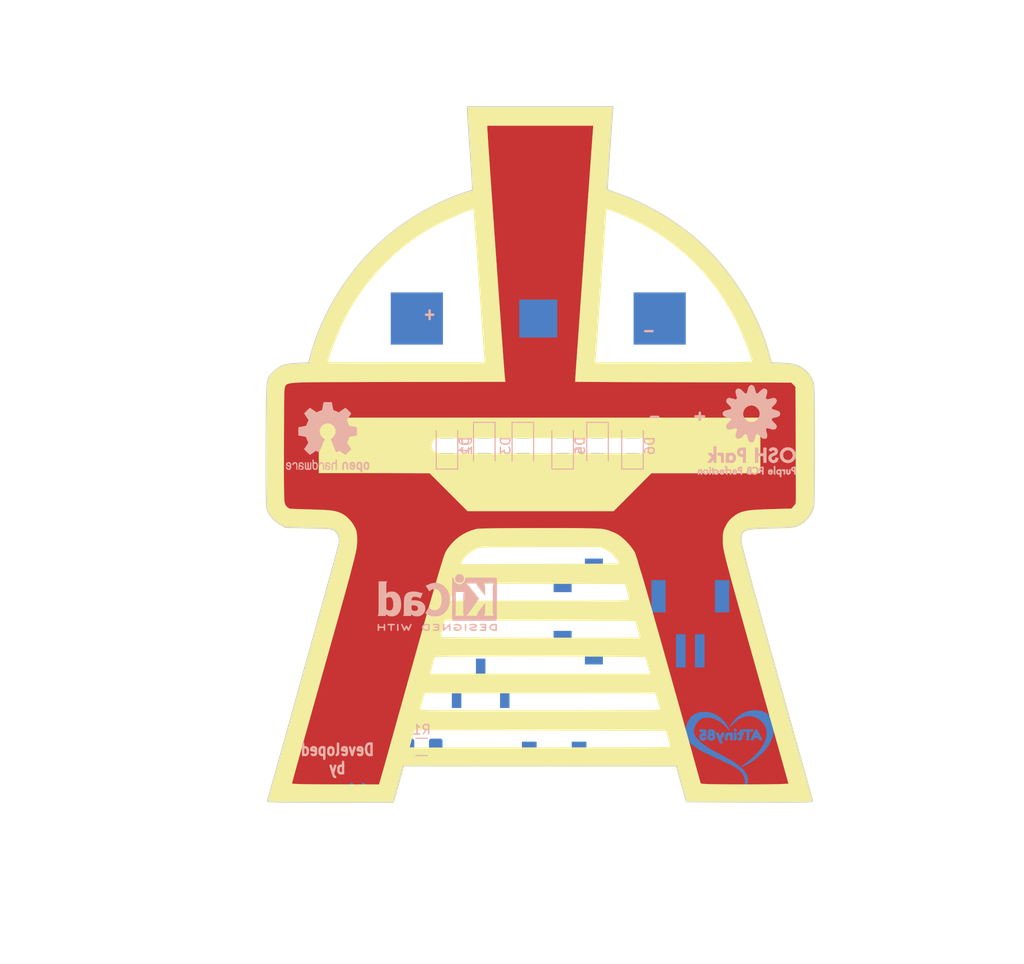
<source format=kicad_pcb>
(kicad_pcb (version 20171130) (host pcbnew 5.1.4-e60b266~84~ubuntu18.04.1)
  (layers (0 F.Cu signal) (31 B.Cu signal) (34 B.Paste user) (35 F.Paste user) (36 B.SilkS user) (37 F.SilkS user) (38 B.Mask user) (39 F.Mask user) (44 Edge.Cuts user))
  (net 0 "")
  (net 1 GND)
  (net 2 VCC)
  (net 3 /PB_0)
  (net 4 /PB_1)
  (net 5 /PB_4)
  (net 6 "Net-(J2-Pad6)")
  (net 7 "Net-(J2-Pad4)")
  (net 8 VIN)
  (net 9 /PB_2)
  (module Symbol:KiCad-Logo2_5mm_SilkScreen (layer B.Cu) (at 141.351 114.3 180)
    (fp_text reference REF** hide)
    (fp_text value KiCad-Logo2_5mm_SilkScreen hide)
  )
  (module Cylon_75mm:Cylon_001 (layer F.Cu) (at 152.019 98.679)
    (fp_text reference U1 hide)
    (fp_text value PCB hide)
    (fp_line (start -28.571728 36.562528) (end -28.572743 36.547704) (layer Edge.Cuts) (width 0.1))
    (fp_line (start -28.537633 36.580017) (end -28.571728 36.562528) (layer Edge.Cuts) (width 0.1))
    (fp_line (start -28.464552 36.595839) (end -28.537633 36.580017) (layer Edge.Cuts) (width 0.1))
    (fp_line (start -28.348818 36.610021) (end -28.464552 36.595839) (layer Edge.Cuts) (width 0.1))
    (fp_line (start -28.186763 36.622694) (end -28.348818 36.610021) (layer Edge.Cuts) (width 0.1))
    (fp_line (start -27.974717 36.633886) (end -28.186763 36.622694) (layer Edge.Cuts) (width 0.1))
    (fp_line (start -27.709012 36.643676) (end -27.974717 36.633886) (layer Edge.Cuts) (width 0.1))
    (fp_line (start -27.38598 36.652248) (end -27.709012 36.643676) (layer Edge.Cuts) (width 0.1))
    (fp_line (start -27.001951 36.659339) (end -27.38598 36.652248) (layer Edge.Cuts) (width 0.1))
    (fp_line (start -26.553257 36.665557) (end -27.001951 36.659339) (layer Edge.Cuts) (width 0.1))
    (fp_line (start -26.036229 36.670425) (end -26.553257 36.665557) (layer Edge.Cuts) (width 0.1))
    (fp_line (start -25.447199 36.674315) (end -26.036229 36.670425) (layer Edge.Cuts) (width 0.1))
    (fp_line (start -24.782496 36.677252) (end -25.447199 36.674315) (layer Edge.Cuts) (width 0.1))
    (fp_line (start -24.038454 36.679368) (end -24.782496 36.677252) (layer Edge.Cuts) (width 0.1))
    (fp_line (start -23.211403 36.680731) (end -24.038454 36.679368) (layer Edge.Cuts) (width 0.1))
    (fp_line (start -22.297674 36.68122) (end -23.211403 36.680731) (layer Edge.Cuts) (width 0.1))
    (fp_line (start -21.96807 36.68122) (end -22.297674 36.68122) (layer Edge.Cuts) (width 0.1))
    (fp_line (start -21.552463 36.68122) (end -21.96807 36.68122) (layer Edge.Cuts) (width 0.1))
    (fp_line (start -21.136856 36.68122) (end -21.552463 36.68122) (layer Edge.Cuts) (width 0.1))
    (fp_line (start -20.721249 36.68122) (end -21.136856 36.68122) (layer Edge.Cuts) (width 0.1))
    (fp_line (start -20.305643 36.68122) (end -20.721249 36.68122) (layer Edge.Cuts) (width 0.1))
    (fp_line (start -19.890036 36.68122) (end -20.305643 36.68122) (layer Edge.Cuts) (width 0.1))
    (fp_line (start -19.474429 36.68122) (end -19.890036 36.68122) (layer Edge.Cuts) (width 0.1))
    (fp_line (start -19.058822 36.68122) (end -19.474429 36.68122) (layer Edge.Cuts) (width 0.1))
    (fp_line (start -18.643215 36.68122) (end -19.058822 36.68122) (layer Edge.Cuts) (width 0.1))
    (fp_line (start -18.227609 36.68122) (end -18.643215 36.68122) (layer Edge.Cuts) (width 0.1))
    (fp_line (start -17.812002 36.68122) (end -18.227609 36.68122) (layer Edge.Cuts) (width 0.1))
    (fp_line (start -17.396395 36.68122) (end -17.812002 36.68122) (layer Edge.Cuts) (width 0.1))
    (fp_line (start -16.980788 36.68122) (end -17.396395 36.68122) (layer Edge.Cuts) (width 0.1))
    (fp_line (start -16.565181 36.68122) (end -16.980788 36.68122) (layer Edge.Cuts) (width 0.1))
    (fp_line (start -16.149575 36.68122) (end -16.565181 36.68122) (layer Edge.Cuts) (width 0.1))
    (fp_line (start -15.733968 36.68122) (end -16.149575 36.68122) (layer Edge.Cuts) (width 0.1))
    (fp_line (start -15.31829 36.68122) (end -15.733968 36.68122) (layer Edge.Cuts) (width 0.1))
    (fp_line (start -15.285022 36.561261) (end -15.31829 36.68122) (layer Edge.Cuts) (width 0.1))
    (fp_line (start -15.251755 36.441301) (end -15.285022 36.561261) (layer Edge.Cuts) (width 0.1))
    (fp_line (start -15.218487 36.321342) (end -15.251755 36.441301) (layer Edge.Cuts) (width 0.1))
    (fp_line (start -15.18522 36.201383) (end -15.218487 36.321342) (layer Edge.Cuts) (width 0.1))
    (fp_line (start -15.151952 36.081423) (end -15.18522 36.201383) (layer Edge.Cuts) (width 0.1))
    (fp_line (start -15.118685 35.961464) (end -15.151952 36.081423) (layer Edge.Cuts) (width 0.1))
    (fp_line (start -15.085417 35.841504) (end -15.118685 35.961464) (layer Edge.Cuts) (width 0.1))
    (fp_line (start -15.05215 35.721542) (end -15.085417 35.841504) (layer Edge.Cuts) (width 0.1))
    (fp_line (start -15.018882 35.601583) (end -15.05215 35.721542) (layer Edge.Cuts) (width 0.1))
    (fp_line (start -14.985615 35.481623) (end -15.018882 35.601583) (layer Edge.Cuts) (width 0.1))
    (fp_line (start -14.952347 35.361664) (end -14.985615 35.481623) (layer Edge.Cuts) (width 0.1))
    (fp_line (start -14.91908 35.241704) (end -14.952347 35.361664) (layer Edge.Cuts) (width 0.1))
    (fp_line (start -14.885812 35.121745) (end -14.91908 35.241704) (layer Edge.Cuts) (width 0.1))
    (fp_line (start -14.852544 35.001786) (end -14.885812 35.121745) (layer Edge.Cuts) (width 0.1))
    (fp_line (start -14.819277 34.881826) (end -14.852544 35.001786) (layer Edge.Cuts) (width 0.1))
    (fp_line (start -14.786009 34.761867) (end -14.819277 34.881826) (layer Edge.Cuts) (width 0.1))
    (fp_line (start -14.752742 34.641907) (end -14.786009 34.761867) (layer Edge.Cuts) (width 0.1))
    (fp_line (start -14.719474 34.521948) (end -14.752742 34.641907) (layer Edge.Cuts) (width 0.1))
    (fp_line (start -14.686206 34.401988) (end -14.719474 34.521948) (layer Edge.Cuts) (width 0.1))
    (fp_line (start -14.652939 34.282026) (end -14.686206 34.401988) (layer Edge.Cuts) (width 0.1))
    (fp_line (start -14.619671 34.162067) (end -14.652939 34.282026) (layer Edge.Cuts) (width 0.1))
    (fp_line (start -14.586404 34.042107) (end -14.619671 34.162067) (layer Edge.Cuts) (width 0.1))
    (fp_line (start -14.553136 33.922148) (end -14.586404 34.042107) (layer Edge.Cuts) (width 0.1))
    (fp_line (start -14.519868 33.802189) (end -14.553136 33.922148) (layer Edge.Cuts) (width 0.1))
    (fp_line (start -14.486601 33.682229) (end -14.519868 33.802189) (layer Edge.Cuts) (width 0.1))
    (fp_line (start -14.453333 33.56227) (end -14.486601 33.682229) (layer Edge.Cuts) (width 0.1))
    (fp_line (start -14.420065 33.44231) (end -14.453333 33.56227) (layer Edge.Cuts) (width 0.1))
    (fp_line (start -14.386798 33.322348) (end -14.420065 33.44231) (layer Edge.Cuts) (width 0.1))
    (fp_line (start -14.35353 33.202389) (end -14.386798 33.322348) (layer Edge.Cuts) (width 0.1))
    (fp_line (start -14.320263 33.082429) (end -14.35353 33.202389) (layer Edge.Cuts) (width 0.1))
    (fp_line (start -14.286995 32.96247) (end -14.320263 33.082429) (layer Edge.Cuts) (width 0.1))
    (fp_line (start -14.253727 32.84251) (end -14.286995 32.96247) (layer Edge.Cuts) (width 0.1))
    (fp_line (start -13.353779 32.84251) (end -14.253727 32.84251) (layer Edge.Cuts) (width 0.1))
    (fp_line (start -12.453831 32.84251) (end -13.353779 32.84251) (layer Edge.Cuts) (width 0.1))
    (fp_line (start -11.553883 32.84251) (end -12.453831 32.84251) (layer Edge.Cuts) (width 0.1))
    (fp_line (start -10.653933 32.84251) (end -11.553883 32.84251) (layer Edge.Cuts) (width 0.1))
    (fp_line (start -9.753988 32.84251) (end -10.653933 32.84251) (layer Edge.Cuts) (width 0.1))
    (fp_line (start -8.854039 32.84251) (end -9.753988 32.84251) (layer Edge.Cuts) (width 0.1))
    (fp_line (start -7.954091 32.84251) (end -8.854039 32.84251) (layer Edge.Cuts) (width 0.1))
    (fp_line (start -7.054142 32.84251) (end -7.954091 32.84251) (layer Edge.Cuts) (width 0.1))
    (fp_line (start -6.154194 32.84251) (end -7.054142 32.84251) (layer Edge.Cuts) (width 0.1))
    (fp_line (start -5.254245 32.84251) (end -6.154194 32.84251) (layer Edge.Cuts) (width 0.1))
    (fp_line (start -4.354297 32.84251) (end -5.254245 32.84251) (layer Edge.Cuts) (width 0.1))
    (fp_line (start -3.454348 32.84251) (end -4.354297 32.84251) (layer Edge.Cuts) (width 0.1))
    (fp_line (start -2.554403 32.84251) (end -3.454348 32.84251) (layer Edge.Cuts) (width 0.1))
    (fp_line (start -1.654454 32.84251) (end -2.554403 32.84251) (layer Edge.Cuts) (width 0.1))
    (fp_line (start -0.754506 32.84251) (end -1.654454 32.84251) (layer Edge.Cuts) (width 0.1))
    (fp_line (start 0.145443 32.84251) (end -0.754506 32.84251) (layer Edge.Cuts) (width 0.1))
    (fp_line (start 1.045399 32.84251) (end 0.145443 32.84251) (layer Edge.Cuts) (width 0.1))
    (fp_line (start 1.945355 32.84251) (end 1.045399 32.84251) (layer Edge.Cuts) (width 0.1))
    (fp_line (start 2.845309 32.84251) (end 1.945355 32.84251) (layer Edge.Cuts) (width 0.1))
    (fp_line (start 3.745266 32.84251) (end 2.845309 32.84251) (layer Edge.Cuts) (width 0.1))
    (fp_line (start 4.645222 32.84251) (end 3.745266 32.84251) (layer Edge.Cuts) (width 0.1))
    (fp_line (start 5.545178 32.84251) (end 4.645222 32.84251) (layer Edge.Cuts) (width 0.1))
    (fp_line (start 6.445135 32.84251) (end 5.545178 32.84251) (layer Edge.Cuts) (width 0.1))
    (fp_line (start 7.345088 32.84251) (end 6.445135 32.84251) (layer Edge.Cuts) (width 0.1))
    (fp_line (start 8.245045 32.84251) (end 7.345088 32.84251) (layer Edge.Cuts) (width 0.1))
    (fp_line (start 9.145001 32.84251) (end 8.245045 32.84251) (layer Edge.Cuts) (width 0.1))
    (fp_line (start 10.044958 32.84251) (end 9.145001 32.84251) (layer Edge.Cuts) (width 0.1))
    (fp_line (start 10.944914 32.84251) (end 10.044958 32.84251) (layer Edge.Cuts) (width 0.1))
    (fp_line (start 11.84487 32.84251) (end 10.944914 32.84251) (layer Edge.Cuts) (width 0.1))
    (fp_line (start 12.744824 32.84251) (end 11.84487 32.84251) (layer Edge.Cuts) (width 0.1))
    (fp_line (start 13.644781 32.84251) (end 12.744824 32.84251) (layer Edge.Cuts) (width 0.1))
    (fp_line (start 14.544737 32.84251) (end 13.644781 32.84251) (layer Edge.Cuts) (width 0.1))
    (fp_line (start 14.578085 32.960827) (end 14.544737 32.84251) (layer Edge.Cuts) (width 0.1))
    (fp_line (start 14.611433 33.079143) (end 14.578085 32.960827) (layer Edge.Cuts) (width 0.1))
    (fp_line (start 14.644779 33.19746) (end 14.611433 33.079143) (layer Edge.Cuts) (width 0.1))
    (fp_line (start 14.678127 33.315776) (end 14.644779 33.19746) (layer Edge.Cuts) (width 0.1))
    (fp_line (start 14.711475 33.434092) (end 14.678127 33.315776) (layer Edge.Cuts) (width 0.1))
    (fp_line (start 14.744823 33.552409) (end 14.711475 33.434092) (layer Edge.Cuts) (width 0.1))
    (fp_line (start 14.778171 33.670725) (end 14.744823 33.552409) (layer Edge.Cuts) (width 0.1))
    (fp_line (start 14.811516 33.789041) (end 14.778171 33.670725) (layer Edge.Cuts) (width 0.1))
    (fp_line (start 14.844864 33.90736) (end 14.811516 33.789041) (layer Edge.Cuts) (width 0.1))
    (fp_line (start 14.878212 34.025677) (end 14.844864 33.90736) (layer Edge.Cuts) (width 0.1))
    (fp_line (start 14.911561 34.143993) (end 14.878212 34.025677) (layer Edge.Cuts) (width 0.1))
    (fp_line (start 14.944909 34.26231) (end 14.911561 34.143993) (layer Edge.Cuts) (width 0.1))
    (fp_line (start 14.978257 34.380626) (end 14.944909 34.26231) (layer Edge.Cuts) (width 0.1))
    (fp_line (start 15.011602 34.498942) (end 14.978257 34.380626) (layer Edge.Cuts) (width 0.1))
    (fp_line (start 15.04495 34.617259) (end 15.011602 34.498942) (layer Edge.Cuts) (width 0.1))
    (fp_line (start 15.078298 34.735575) (end 15.04495 34.617259) (layer Edge.Cuts) (width 0.1))
    (fp_line (start 15.111646 34.853891) (end 15.078298 34.735575) (layer Edge.Cuts) (width 0.1))
    (fp_line (start 15.144994 34.972208) (end 15.111646 34.853891) (layer Edge.Cuts) (width 0.1))
    (fp_line (start 15.17834 35.090524) (end 15.144994 34.972208) (layer Edge.Cuts) (width 0.1))
    (fp_line (start 15.211688 35.208841) (end 15.17834 35.090524) (layer Edge.Cuts) (width 0.1))
    (fp_line (start 15.245036 35.327157) (end 15.211688 35.208841) (layer Edge.Cuts) (width 0.1))
    (fp_line (start 15.278384 35.445473) (end 15.245036 35.327157) (layer Edge.Cuts) (width 0.1))
    (fp_line (start 15.311732 35.56379) (end 15.278384 35.445473) (layer Edge.Cuts) (width 0.1))
    (fp_line (start 15.34508 35.682106) (end 15.311732 35.56379) (layer Edge.Cuts) (width 0.1))
    (fp_line (start 15.378426 35.800422) (end 15.34508 35.682106) (layer Edge.Cuts) (width 0.1))
    (fp_line (start 15.411774 35.918739) (end 15.378426 35.800422) (layer Edge.Cuts) (width 0.1))
    (fp_line (start 15.445122 36.037055) (end 15.411774 35.918739) (layer Edge.Cuts) (width 0.1))
    (fp_line (start 15.47847 36.155372) (end 15.445122 36.037055) (layer Edge.Cuts) (width 0.1))
    (fp_line (start 15.511818 36.273688) (end 15.47847 36.155372) (layer Edge.Cuts) (width 0.1))
    (fp_line (start 15.545164 36.392004) (end 15.511818 36.273688) (layer Edge.Cuts) (width 0.1))
    (fp_line (start 15.578512 36.510321) (end 15.545164 36.392004) (layer Edge.Cuts) (width 0.1))
    (fp_line (start 15.61186 36.628637) (end 15.578512 36.510321) (layer Edge.Cuts) (width 0.1))
    (fp_line (start 16.027695 36.630225) (end 15.61186 36.628637) (layer Edge.Cuts) (width 0.1))
    (fp_line (start 16.443527 36.631812) (end 16.027695 36.630225) (layer Edge.Cuts) (width 0.1))
    (fp_line (start 16.859362 36.6334) (end 16.443527 36.631812) (layer Edge.Cuts) (width 0.1))
    (fp_line (start 17.275197 36.634987) (end 16.859362 36.6334) (layer Edge.Cuts) (width 0.1))
    (fp_line (start 17.69103 36.636575) (end 17.275197 36.634987) (layer Edge.Cuts) (width 0.1))
    (fp_line (start 18.106865 36.638162) (end 17.69103 36.636575) (layer Edge.Cuts) (width 0.1))
    (fp_line (start 18.522697 36.63975) (end 18.106865 36.638162) (layer Edge.Cuts) (width 0.1))
    (fp_line (start 18.938532 36.641337) (end 18.522697 36.63975) (layer Edge.Cuts) (width 0.1))
    (fp_line (start 19.354367 36.642925) (end 18.938532 36.641337) (layer Edge.Cuts) (width 0.1))
    (fp_line (start 19.770199 36.644512) (end 19.354367 36.642925) (layer Edge.Cuts) (width 0.1))
    (fp_line (start 20.186035 36.6461) (end 19.770199 36.644512) (layer Edge.Cuts) (width 0.1))
    (fp_line (start 20.60187 36.647687) (end 20.186035 36.6461) (layer Edge.Cuts) (width 0.1))
    (fp_line (start 21.017702 36.649275) (end 20.60187 36.647687) (layer Edge.Cuts) (width 0.1))
    (fp_line (start 21.433537 36.650862) (end 21.017702 36.649275) (layer Edge.Cuts) (width 0.1))
    (fp_line (start 21.849369 36.65245) (end 21.433537 36.650862) (layer Edge.Cuts) (width 0.1))
    (fp_line (start 23.030139 36.657106) (end 21.849369 36.65245) (layer Edge.Cuts) (width 0.1))
    (fp_line (start 24.054899 36.660757) (end 23.030139 36.657106) (layer Edge.Cuts) (width 0.1))
    (fp_line (start 24.953527 36.663403) (end 24.054899 36.660757) (layer Edge.Cuts) (width 0.1))
    (fp_line (start 25.734172 36.6647) (end 24.953527 36.663403) (layer Edge.Cuts) (width 0.1))
    (fp_line (start 26.404984 36.664462) (end 25.734172 36.6647) (layer Edge.Cuts) (width 0.1))
    (fp_line (start 26.974105 36.662345) (end 26.404984 36.664462) (layer Edge.Cuts) (width 0.1))
    (fp_line (start 27.449691 36.658667) (end 26.974105 36.662345) (layer Edge.Cuts) (width 0.1))
    (fp_line (start 27.839888 36.65282) (end 27.449691 36.658667) (layer Edge.Cuts) (width 0.1))
    (fp_line (start 28.152842 36.644591) (end 27.839888 36.65282) (layer Edge.Cuts) (width 0.1))
    (fp_line (start 28.396706 36.633929) (end 28.152842 36.644591) (layer Edge.Cuts) (width 0.1))
    (fp_line (start 28.579626 36.620594) (end 28.396706 36.633929) (layer Edge.Cuts) (width 0.1))
    (fp_line (start 28.709751 36.604375) (end 28.579626 36.620594) (layer Edge.Cuts) (width 0.1))
    (fp_line (start 28.795229 36.585113) (end 28.709751 36.604375) (layer Edge.Cuts) (width 0.1))
    (fp_line (start 28.844204 36.562571) (end 28.795229 36.585113) (layer Edge.Cuts) (width 0.1))
    (fp_line (start 28.864894 36.536583) (end 28.844204 36.562571) (layer Edge.Cuts) (width 0.1))
    (fp_line (start 28.865265 36.506931) (end 28.864894 36.536583) (layer Edge.Cuts) (width 0.1))
    (fp_line (start 28.851453 36.459923) (end 28.865265 36.506931) (layer Edge.Cuts) (width 0.1))
    (fp_line (start 28.801087 36.282038) (end 28.851453 36.459923) (layer Edge.Cuts) (width 0.1))
    (fp_line (start 28.714682 35.975608) (end 28.801087 36.282038) (layer Edge.Cuts) (width 0.1))
    (fp_line (start 28.594183 35.547557) (end 28.714682 35.975608) (layer Edge.Cuts) (width 0.1))
    (fp_line (start 28.441534 35.00481) (end 28.594183 35.547557) (layer Edge.Cuts) (width 0.1))
    (fp_line (start 28.258684 34.354289) (end 28.441534 35.00481) (layer Edge.Cuts) (width 0.1))
    (fp_line (start 28.047575 33.602928) (end 28.258684 34.354289) (layer Edge.Cuts) (width 0.1))
    (fp_line (start 27.810154 32.757645) (end 28.047575 33.602928) (layer Edge.Cuts) (width 0.1))
    (fp_line (start 27.548365 31.825373) (end 27.810154 32.757645) (layer Edge.Cuts) (width 0.1))
    (fp_line (start 27.264152 30.813029) (end 27.548365 31.825373) (layer Edge.Cuts) (width 0.1))
    (fp_line (start 26.959458 29.727547) (end 27.264152 30.813029) (layer Edge.Cuts) (width 0.1))
    (fp_line (start 26.636232 28.575848) (end 26.959458 29.727547) (layer Edge.Cuts) (width 0.1))
    (fp_line (start 26.296417 27.36486) (end 26.636232 28.575848) (layer Edge.Cuts) (width 0.1))
    (fp_line (start 25.94196 26.101509) (end 26.296417 27.36486) (layer Edge.Cuts) (width 0.1))
    (fp_line (start 25.574801 24.792719) (end 25.94196 26.101509) (layer Edge.Cuts) (width 0.1))
    (fp_line (start 25.196888 23.445415) (end 25.574801 24.792719) (layer Edge.Cuts) (width 0.1))
    (fp_line (start 24.738077 21.808923) (end 25.196888 23.445415) (layer Edge.Cuts) (width 0.1))
    (fp_line (start 24.277437 20.162309) (end 24.738077 21.808923) (layer Edge.Cuts) (width 0.1))
    (fp_line (start 23.854033 18.644712) (end 24.277437 20.162309) (layer Edge.Cuts) (width 0.1))
    (fp_line (start 23.466968 17.252821) (end 23.854033 18.644712) (layer Edge.Cuts) (width 0.1))
    (fp_line (start 23.115353 15.983319) (end 23.466968 17.252821) (layer Edge.Cuts) (width 0.1))
    (fp_line (start 22.79829 14.832889) (end 23.115353 15.983319) (layer Edge.Cuts) (width 0.1))
    (fp_line (start 22.514889 13.798223) (end 22.79829 14.832889) (layer Edge.Cuts) (width 0.1))
    (fp_line (start 22.264255 12.876005) (end 22.514889 13.798223) (layer Edge.Cuts) (width 0.1))
    (fp_line (start 22.045494 12.062919) (end 22.264255 12.876005) (layer Edge.Cuts) (width 0.1))
    (fp_line (start 21.857714 11.355651) (end 22.045494 12.062919) (layer Edge.Cuts) (width 0.1))
    (fp_line (start 21.700023 10.750887) (end 21.857714 11.355651) (layer Edge.Cuts) (width 0.1))
    (fp_line (start 21.571522 10.245313) (end 21.700023 10.750887) (layer Edge.Cuts) (width 0.1))
    (fp_line (start 21.471327 9.835617) (end 21.571522 10.245313) (layer Edge.Cuts) (width 0.1))
    (fp_line (start 21.398535 9.518482) (end 21.471327 9.835617) (layer Edge.Cuts) (width 0.1))
    (fp_line (start 21.352249 9.290594) (end 21.398535 9.518482) (layer Edge.Cuts) (width 0.1))
    (fp_line (start 21.331612 9.14865) (end 21.352249 9.290594) (layer Edge.Cuts) (width 0.1))
    (fp_line (start 21.332617 8.978785) (end 21.331612 9.14865) (layer Edge.Cuts) (width 0.1))
    (fp_line (start 21.341481 8.783043) (end 21.332617 8.978785) (layer Edge.Cuts) (width 0.1))
    (fp_line (start 21.362144 8.610461) (end 21.341481 8.783043) (layer Edge.Cuts) (width 0.1))
    (fp_line (start 21.398326 8.459466) (end 21.362144 8.610461) (layer Edge.Cuts) (width 0.1))
    (fp_line (start 21.453722 8.328484) (end 21.398326 8.459466) (layer Edge.Cuts) (width 0.1))
    (fp_line (start 21.532113 8.215946) (end 21.453722 8.328484) (layer Edge.Cuts) (width 0.1))
    (fp_line (start 21.637211 8.120275) (end 21.532113 8.215946) (layer Edge.Cuts) (width 0.1))
    (fp_line (start 21.77277 8.039895) (end 21.637211 8.120275) (layer Edge.Cuts) (width 0.1))
    (fp_line (start 21.942532 7.97326) (end 21.77277 8.039895) (layer Edge.Cuts) (width 0.1))
    (fp_line (start 22.150235 7.918755) (end 21.942532 7.97326) (layer Edge.Cuts) (width 0.1))
    (fp_line (start 22.399626 7.874837) (end 22.150235 7.918755) (layer Edge.Cuts) (width 0.1))
    (fp_line (start 22.694446 7.83996) (end 22.399626 7.874837) (layer Edge.Cuts) (width 0.1))
    (fp_line (start 23.038436 7.81247) (end 22.694446 7.83996) (layer Edge.Cuts) (width 0.1))
    (fp_line (start 23.435335 7.79088) (end 23.038436 7.81247) (layer Edge.Cuts) (width 0.1))
    (fp_line (start 23.888891 7.773549) (end 23.435335 7.79088) (layer Edge.Cuts) (width 0.1))
    (fp_line (start 24.402842 7.758971) (end 23.888891 7.773549) (layer Edge.Cuts) (width 0.1))
    (fp_line (start 24.871443 7.747726) (end 24.402842 7.758971) (layer Edge.Cuts) (width 0.1))
    (fp_line (start 25.245418 7.73836) (end 24.871443 7.747726) (layer Edge.Cuts) (width 0.1))
    (fp_line (start 25.573626 7.729338) (end 25.245418 7.73836) (layer Edge.Cuts) (width 0.1))
    (fp_line (start 25.86 7.720183) (end 25.573626 7.729338) (layer Edge.Cuts) (width 0.1))
    (fp_line (start 26.10847 7.710446) (end 25.86 7.720183) (layer Edge.Cuts) (width 0.1))
    (fp_line (start 26.322963 7.699678) (end 26.10847 7.710446) (layer Edge.Cuts) (width 0.1))
    (fp_line (start 26.507414 7.687428) (end 26.322963 7.699678) (layer Edge.Cuts) (width 0.1))
    (fp_line (start 26.665749 7.673193) (end 26.507414 7.687428) (layer Edge.Cuts) (width 0.1))
    (fp_line (start 26.801898 7.656551) (end 26.665749 7.673193) (layer Edge.Cuts) (width 0.1))
    (fp_line (start 26.919791 7.637051) (end 26.801898 7.656551) (layer Edge.Cuts) (width 0.1))
    (fp_line (start 27.023363 7.614244) (end 26.919791 7.637051) (layer Edge.Cuts) (width 0.1))
    (fp_line (start 27.116536 7.587648) (end 27.023363 7.614244) (layer Edge.Cuts) (width 0.1))
    (fp_line (start 27.203245 7.556827) (end 27.116536 7.587648) (layer Edge.Cuts) (width 0.1))
    (fp_line (start 27.287419 7.521325) (end 27.203245 7.556827) (layer Edge.Cuts) (width 0.1))
    (fp_line (start 27.372988 7.48069) (end 27.287419 7.521325) (layer Edge.Cuts) (width 0.1))
    (fp_line (start 27.463883 7.434433) (end 27.372988 7.48069) (layer Edge.Cuts) (width 0.1))
    (fp_line (start 27.572661 7.376852) (end 27.463883 7.434433) (layer Edge.Cuts) (width 0.1))
    (fp_line (start 27.682429 7.313317) (end 27.572661 7.376852) (layer Edge.Cuts) (width 0.1))
    (fp_line (start 27.787746 7.246574) (end 27.682429 7.313317) (layer Edge.Cuts) (width 0.1))
    (fp_line (start 27.88877 7.176459) (end 27.787746 7.246574) (layer Edge.Cuts) (width 0.1))
    (fp_line (start 27.985652 7.102807) (end 27.88877 7.176459) (layer Edge.Cuts) (width 0.1))
    (fp_line (start 28.078545 7.025474) (end 27.985652 7.102807) (layer Edge.Cuts) (width 0.1))
    (fp_line (start 28.167603 6.944263) (end 28.078545 7.025474) (layer Edge.Cuts) (width 0.1))
    (fp_line (start 28.252979 6.859022) (end 28.167603 6.944263) (layer Edge.Cuts) (width 0.1))
    (fp_line (start 28.334841 6.769585) (end 28.252979 6.859022) (layer Edge.Cuts) (width 0.1))
    (fp_line (start 28.413288 6.675788) (end 28.334841 6.769585) (layer Edge.Cuts) (width 0.1))
    (fp_line (start 28.488538 6.577469) (end 28.413288 6.675788) (layer Edge.Cuts) (width 0.1))
    (fp_line (start 28.560713 6.474456) (end 28.488538 6.577469) (layer Edge.Cuts) (width 0.1))
    (fp_line (start 28.629997 6.366593) (end 28.560713 6.474456) (layer Edge.Cuts) (width 0.1))
    (fp_line (start 28.696492 6.253709) (end 28.629997 6.366593) (layer Edge.Cuts) (width 0.1))
    (fp_line (start 28.760371 6.135638) (end 28.696492 6.253709) (layer Edge.Cuts) (width 0.1))
    (fp_line (start 28.821794 6.012221) (end 28.760371 6.135638) (layer Edge.Cuts) (width 0.1))
    (fp_line (start 28.867762 5.912846) (end 28.821794 6.012221) (layer Edge.Cuts) (width 0.1))
    (fp_line (start 28.902629 5.828494) (end 28.867762 5.912846) (layer Edge.Cuts) (width 0.1))
    (fp_line (start 28.933043 5.735996) (end 28.902629 5.828494) (layer Edge.Cuts) (width 0.1))
    (fp_line (start 28.959316 5.625863) (end 28.933043 5.735996) (layer Edge.Cuts) (width 0.1))
    (fp_line (start 28.981726 5.488605) (end 28.959316 5.625863) (layer Edge.Cuts) (width 0.1))
    (fp_line (start 29.000618 5.314729) (end 28.981726 5.488605) (layer Edge.Cuts) (width 0.1))
    (fp_line (start 29.016281 5.094744) (end 29.000618 5.314729) (layer Edge.Cuts) (width 0.1))
    (fp_line (start 29.029007 4.819159) (end 29.016281 5.094744) (layer Edge.Cuts) (width 0.1))
    (fp_line (start 29.039088 4.478482) (end 29.029007 4.819159) (layer Edge.Cuts) (width 0.1))
    (fp_line (start 29.046787 4.063223) (end 29.039088 4.478482) (layer Edge.Cuts) (width 0.1))
    (fp_line (start 29.05274 3.563891) (end 29.046787 4.063223) (layer Edge.Cuts) (width 0.1))
    (fp_line (start 29.05655 2.970994) (end 29.05274 3.563891) (layer Edge.Cuts) (width 0.1))
    (fp_line (start 29.059196 2.27504) (end 29.05655 2.970994) (layer Edge.Cuts) (width 0.1))
    (fp_line (start 29.060784 1.466539) (end 29.059196 2.27504) (layer Edge.Cuts) (width 0.1))
    (fp_line (start 29.061493 0.535999) (end 29.060784 1.466539) (layer Edge.Cuts) (width 0.1))
    (fp_line (start 29.061678 -0.52607) (end 29.061493 0.535999) (layer Edge.Cuts) (width 0.1))
    (fp_line (start 29.061662 -1.681098) (end 29.061678 -0.52607) (layer Edge.Cuts) (width 0.1))
    (fp_line (start 29.061313 -2.69827) (end 29.061662 -1.681098) (layer Edge.Cuts) (width 0.1))
    (fp_line (start 29.060255 -3.587077) (end 29.061313 -2.69827) (layer Edge.Cuts) (width 0.1))
    (fp_line (start 29.058667 -4.357006) (end 29.060255 -3.587077) (layer Edge.Cuts) (width 0.1))
    (fp_line (start 29.055386 -5.017552) (end 29.058667 -4.357006) (layer Edge.Cuts) (width 0.1))
    (fp_line (start 29.051021 -5.578206) (end 29.055386 -5.017552) (layer Edge.Cuts) (width 0.1))
    (fp_line (start 29.044538 -6.048461) (end 29.051021 -5.578206) (layer Edge.Cuts) (width 0.1))
    (fp_line (start 29.035992 -6.437803) (end 29.044538 -6.048461) (layer Edge.Cuts) (width 0.1))
    (fp_line (start 29.025065 -6.755729) (end 29.035992 -6.437803) (layer Edge.Cuts) (width 0.1))
    (fp_line (start 29.011413 -7.011727) (end 29.025065 -6.755729) (layer Edge.Cuts) (width 0.1))
    (fp_line (start 28.994691 -7.215287) (end 29.011413 -7.011727) (layer Edge.Cuts) (width 0.1))
    (fp_line (start 28.974662 -7.375902) (end 28.994691 -7.215287) (layer Edge.Cuts) (width 0.1))
    (fp_line (start 28.950982 -7.503063) (end 28.974662 -7.375902) (layer Edge.Cuts) (width 0.1))
    (fp_line (start 28.923372 -7.606264) (end 28.950982 -7.503063) (layer Edge.Cuts) (width 0.1))
    (fp_line (start 28.891522 -7.694992) (end 28.923372 -7.606264) (layer Edge.Cuts) (width 0.1))
    (fp_line (start 28.855102 -7.778741) (end 28.891522 -7.694992) (layer Edge.Cuts) (width 0.1))
    (fp_line (start 28.800696 -7.894118) (end 28.855102 -7.778741) (layer Edge.Cuts) (width 0.1))
    (fp_line (start 28.737611 -8.017694) (end 28.800696 -7.894118) (layer Edge.Cuts) (width 0.1))
    (fp_line (start 28.672487 -8.134992) (end 28.737611 -8.017694) (layer Edge.Cuts) (width 0.1))
    (fp_line (start 28.605023 -8.246294) (end 28.672487 -8.134992) (layer Edge.Cuts) (width 0.1))
    (fp_line (start 28.534954 -8.351878) (end 28.605023 -8.246294) (layer Edge.Cuts) (width 0.1))
    (fp_line (start 28.462034 -8.452029) (end 28.534954 -8.351878) (layer Edge.Cuts) (width 0.1))
    (fp_line (start 28.386001 -8.547025) (end 28.462034 -8.452029) (layer Edge.Cuts) (width 0.1))
    (fp_line (start 28.306536 -8.63715) (end 28.386001 -8.547025) (layer Edge.Cuts) (width 0.1))
    (fp_line (start 28.223412 -8.722681) (end 28.306536 -8.63715) (layer Edge.Cuts) (width 0.1))
    (fp_line (start 28.136346 -8.803893) (end 28.223412 -8.722681) (layer Edge.Cuts) (width 0.1))
    (fp_line (start 28.045075 -8.881087) (end 28.136346 -8.803893) (layer Edge.Cuts) (width 0.1))
    (fp_line (start 27.949325 -8.954523) (end 28.045075 -8.881087) (layer Edge.Cuts) (width 0.1))
    (fp_line (start 27.848831 -9.024502) (end 27.949325 -8.954523) (layer Edge.Cuts) (width 0.1))
    (fp_line (start 27.74332 -9.091283) (end 27.848831 -9.024502) (layer Edge.Cuts) (width 0.1))
    (fp_line (start 27.632531 -9.155172) (end 27.74332 -9.091283) (layer Edge.Cuts) (width 0.1))
    (fp_line (start 27.516189 -9.216426) (end 27.632531 -9.155172) (layer Edge.Cuts) (width 0.1))
    (fp_line (start 27.415335 -9.265456) (end 27.516189 -9.216426) (layer Edge.Cuts) (width 0.1))
    (fp_line (start 27.328578 -9.305461) (end 27.415335 -9.265456) (layer Edge.Cuts) (width 0.1))
    (fp_line (start 27.244774 -9.34147) (end 27.328578 -9.305461) (layer Edge.Cuts) (width 0.1))
    (fp_line (start 27.162499 -9.373731) (end 27.244774 -9.34147) (layer Edge.Cuts) (width 0.1))
    (fp_line (start 27.080327 -9.402539) (end 27.162499 -9.373731) (layer Edge.Cuts) (width 0.1))
    (fp_line (start 26.996838 -9.428151) (end 27.080327 -9.402539) (layer Edge.Cuts) (width 0.1))
    (fp_line (start 26.910605 -9.450825) (end 26.996838 -9.428151) (layer Edge.Cuts) (width 0.1))
    (fp_line (start 26.820208 -9.470881) (end 26.910605 -9.450825) (layer Edge.Cuts) (width 0.1))
    (fp_line (start 26.724219 -9.488528) (end 26.820208 -9.470881) (layer Edge.Cuts) (width 0.1))
    (fp_line (start 26.62122 -9.504086) (end 26.724219 -9.488528) (layer Edge.Cuts) (width 0.1))
    (fp_line (start 26.509782 -9.517765) (end 26.62122 -9.504086) (layer Edge.Cuts) (width 0.1))
    (fp_line (start 26.388484 -9.529883) (end 26.509782 -9.517765) (layer Edge.Cuts) (width 0.1))
    (fp_line (start 26.255902 -9.540731) (end 26.388484 -9.529883) (layer Edge.Cuts) (width 0.1))
    (fp_line (start 26.110611 -9.55052) (end 26.255902 -9.540731) (layer Edge.Cuts) (width 0.1))
    (fp_line (start 25.951186 -9.559569) (end 26.110611 -9.55052) (layer Edge.Cuts) (width 0.1))
    (fp_line (start 25.776209 -9.568089) (end 25.951186 -9.559569) (layer Edge.Cuts) (width 0.1))
    (fp_line (start 25.713194 -9.570867) (end 25.776209 -9.568089) (layer Edge.Cuts) (width 0.1))
    (fp_line (start 25.639097 -9.574148) (end 25.713194 -9.570867) (layer Edge.Cuts) (width 0.1))
    (fp_line (start 25.565 -9.577428) (end 25.639097 -9.574148) (layer Edge.Cuts) (width 0.1))
    (fp_line (start 25.490906 -9.580709) (end 25.565 -9.577428) (layer Edge.Cuts) (width 0.1))
    (fp_line (start 25.41681 -9.583964) (end 25.490906 -9.580709) (layer Edge.Cuts) (width 0.1))
    (fp_line (start 25.342713 -9.587244) (end 25.41681 -9.583964) (layer Edge.Cuts) (width 0.1))
    (fp_line (start 25.268617 -9.590525) (end 25.342713 -9.587244) (layer Edge.Cuts) (width 0.1))
    (fp_line (start 25.19452 -9.593806) (end 25.268617 -9.590525) (layer Edge.Cuts) (width 0.1))
    (fp_line (start 25.120426 -9.597087) (end 25.19452 -9.593806) (layer Edge.Cuts) (width 0.1))
    (fp_line (start 25.04633 -9.600368) (end 25.120426 -9.597087) (layer Edge.Cuts) (width 0.1))
    (fp_line (start 24.972233 -9.603649) (end 25.04633 -9.600368) (layer Edge.Cuts) (width 0.1))
    (fp_line (start 24.898137 -9.606929) (end 24.972233 -9.603649) (layer Edge.Cuts) (width 0.1))
    (fp_line (start 24.82404 -9.61021) (end 24.898137 -9.606929) (layer Edge.Cuts) (width 0.1))
    (fp_line (start 24.749944 -9.613491) (end 24.82404 -9.61021) (layer Edge.Cuts) (width 0.1))
    (fp_line (start 24.67585 -9.616772) (end 24.749944 -9.613491) (layer Edge.Cuts) (width 0.1))
    (fp_line (start 24.601753 -9.620053) (end 24.67585 -9.616772) (layer Edge.Cuts) (width 0.1))
    (fp_line (start 24.527656 -9.623334) (end 24.601753 -9.620053) (layer Edge.Cuts) (width 0.1))
    (fp_line (start 24.512364 -9.679989) (end 24.527656 -9.623334) (layer Edge.Cuts) (width 0.1))
    (fp_line (start 24.497071 -9.736641) (end 24.512364 -9.679989) (layer Edge.Cuts) (width 0.1))
    (fp_line (start 24.481778 -9.793297) (end 24.497071 -9.736641) (layer Edge.Cuts) (width 0.1))
    (fp_line (start 24.466485 -9.849952) (end 24.481778 -9.793297) (layer Edge.Cuts) (width 0.1))
    (fp_line (start 24.451192 -9.906605) (end 24.466485 -9.849952) (layer Edge.Cuts) (width 0.1))
    (fp_line (start 24.435899 -9.96326) (end 24.451192 -9.906605) (layer Edge.Cuts) (width 0.1))
    (fp_line (start 24.420606 -10.019915) (end 24.435899 -9.96326) (layer Edge.Cuts) (width 0.1))
    (fp_line (start 24.405313 -10.076568) (end 24.420606 -10.019915) (layer Edge.Cuts) (width 0.1))
    (fp_line (start 24.39002 -10.133223) (end 24.405313 -10.076568) (layer Edge.Cuts) (width 0.1))
    (fp_line (start 24.374727 -10.189878) (end 24.39002 -10.133223) (layer Edge.Cuts) (width 0.1))
    (fp_line (start 24.359434 -10.246533) (end 24.374727 -10.189878) (layer Edge.Cuts) (width 0.1))
    (fp_line (start 24.344141 -10.303186) (end 24.359434 -10.246533) (layer Edge.Cuts) (width 0.1))
    (fp_line (start 24.328849 -10.359841) (end 24.344141 -10.303186) (layer Edge.Cuts) (width 0.1))
    (fp_line (start 24.313556 -10.416496) (end 24.328849 -10.359841) (layer Edge.Cuts) (width 0.1))
    (fp_line (start 24.298263 -10.473149) (end 24.313556 -10.416496) (layer Edge.Cuts) (width 0.1))
    (fp_line (start 24.118888 -11.112416) (end 24.298263 -10.473149) (layer Edge.Cuts) (width 0.1))
    (fp_line (start 23.836221 -11.985005) (end 24.118888 -11.112416) (layer Edge.Cuts) (width 0.1))
    (fp_line (start 23.515078 -12.853969) (end 23.836221 -11.985005) (layer Edge.Cuts) (width 0.1))
    (fp_line (start 23.156951 -13.716995) (end 23.515078 -12.853969) (layer Edge.Cuts) (width 0.1))
    (fp_line (start 22.763328 -14.571768) (end 23.156951 -13.716995) (layer Edge.Cuts) (width 0.1))
    (fp_line (start 22.335697 -15.415976) (end 22.763328 -14.571768) (layer Edge.Cuts) (width 0.1))
    (fp_line (start 21.875553 -16.247304) (end 22.335697 -15.415976) (layer Edge.Cuts) (width 0.1))
    (fp_line (start 21.384377 -17.063439) (end 21.875553 -16.247304) (layer Edge.Cuts) (width 0.1))
    (fp_line (start 20.863662 -17.862068) (end 21.384377 -17.063439) (layer Edge.Cuts) (width 0.1))
    (fp_line (start 20.314897 -18.640876) (end 20.863662 -17.862068) (layer Edge.Cuts) (width 0.1))
    (fp_line (start 19.739569 -19.39755) (end 20.314897 -18.640876) (layer Edge.Cuts) (width 0.1))
    (fp_line (start 19.139168 -20.129776) (end 19.739569 -19.39755) (layer Edge.Cuts) (width 0.1))
    (fp_line (start 18.515183 -20.83524) (end 19.139168 -20.129776) (layer Edge.Cuts) (width 0.1))
    (fp_line (start 17.869099 -21.511629) (end 18.515183 -20.83524) (layer Edge.Cuts) (width 0.1))
    (fp_line (start 17.202413 -22.15663) (end 17.869099 -21.511629) (layer Edge.Cuts) (width 0.1))
    (fp_line (start 16.516605 -22.767928) (end 17.202413 -22.15663) (layer Edge.Cuts) (width 0.1))
    (fp_line (start 15.991338 -23.200867) (end 16.516605 -22.767928) (layer Edge.Cuts) (width 0.1))
    (fp_line (start 15.541123 -23.553885) (end 15.991338 -23.200867) (layer Edge.Cuts) (width 0.1))
    (fp_line (start 15.078547 -23.899909) (end 15.541123 -23.553885) (layer Edge.Cuts) (width 0.1))
    (fp_line (start 14.605088 -24.238097) (end 15.078547 -23.899909) (layer Edge.Cuts) (width 0.1))
    (fp_line (start 14.122224 -24.567605) (end 14.605088 -24.238097) (layer Edge.Cuts) (width 0.1))
    (fp_line (start 13.63143 -24.887588) (end 14.122224 -24.567605) (layer Edge.Cuts) (width 0.1))
    (fp_line (start 13.134188 -25.197204) (end 13.63143 -24.887588) (layer Edge.Cuts) (width 0.1))
    (fp_line (start 12.631971 -25.495609) (end 13.134188 -25.197204) (layer Edge.Cuts) (width 0.1))
    (fp_line (start 12.12626 -25.781959) (end 12.631971 -25.495609) (layer Edge.Cuts) (width 0.1))
    (fp_line (start 11.618533 -26.05541) (end 12.12626 -25.781959) (layer Edge.Cuts) (width 0.1))
    (fp_line (start 11.110265 -26.31512) (end 11.618533 -26.05541) (layer Edge.Cuts) (width 0.1))
    (fp_line (start 10.602937 -26.560244) (end 11.110265 -26.31512) (layer Edge.Cuts) (width 0.1))
    (fp_line (start 10.098025 -26.78994) (end 10.602937 -26.560244) (layer Edge.Cuts) (width 0.1))
    (fp_line (start 9.597007 -27.003362) (end 10.098025 -26.78994) (layer Edge.Cuts) (width 0.1))
    (fp_line (start 9.101358 -27.199668) (end 9.597007 -27.003362) (layer Edge.Cuts) (width 0.1))
    (fp_line (start 8.612562 -27.378014) (end 9.101358 -27.199668) (layer Edge.Cuts) (width 0.1))
    (fp_line (start 8.315022 -27.478551) (end 8.612562 -27.378014) (layer Edge.Cuts) (width 0.1))
    (fp_line (start 8.131144 -27.541366) (end 8.315022 -27.478551) (layer Edge.Cuts) (width 0.1))
    (fp_line (start 7.96936 -27.597691) (end 8.131144 -27.541366) (layer Edge.Cuts) (width 0.1))
    (fp_line (start 7.828265 -27.648314) (end 7.96936 -27.597691) (layer Edge.Cuts) (width 0.1))
    (fp_line (start 7.706462 -27.694019) (end 7.828265 -27.648314) (layer Edge.Cuts) (width 0.1))
    (fp_line (start 7.602547 -27.735594) (end 7.706462 -27.694019) (layer Edge.Cuts) (width 0.1))
    (fp_line (start 7.515112 -27.773823) (end 7.602547 -27.735594) (layer Edge.Cuts) (width 0.1))
    (fp_line (start 7.442775 -27.809497) (end 7.515112 -27.773823) (layer Edge.Cuts) (width 0.1))
    (fp_line (start 7.384104 -27.843401) (end 7.442775 -27.809497) (layer Edge.Cuts) (width 0.1))
    (fp_line (start 7.337722 -27.876319) (end 7.384104 -27.843401) (layer Edge.Cuts) (width 0.1))
    (fp_line (start 7.302229 -27.909039) (end 7.337722 -27.876319) (layer Edge.Cuts) (width 0.1))
    (fp_line (start 7.276194 -27.94235) (end 7.302229 -27.909039) (layer Edge.Cuts) (width 0.1))
    (fp_line (start 7.258228 -27.977036) (end 7.276194 -27.94235) (layer Edge.Cuts) (width 0.1))
    (fp_line (start 7.247063 -28.013887) (end 7.258228 -27.977036) (layer Edge.Cuts) (width 0.1))
    (fp_line (start 7.240845 -28.053682) (end 7.247063 -28.013887) (layer Edge.Cuts) (width 0.1))
    (fp_line (start 7.238729 -28.097216) (end 7.240845 -28.053682) (layer Edge.Cuts) (width 0.1))
    (fp_line (start 7.240634 -28.175024) (end 7.238729 -28.097216) (layer Edge.Cuts) (width 0.1))
    (fp_line (start 7.253122 -28.399972) (end 7.240634 -28.175024) (layer Edge.Cuts) (width 0.1))
    (fp_line (start 7.274844 -28.750917) (end 7.253122 -28.399972) (layer Edge.Cuts) (width 0.1))
    (fp_line (start 7.304515 -29.208849) (end 7.274844 -28.750917) (layer Edge.Cuts) (width 0.1))
    (fp_line (start 7.340797 -29.754759) (end 7.304515 -29.208849) (layer Edge.Cuts) (width 0.1))
    (fp_line (start 7.382334 -30.369639) (end 7.340797 -29.754759) (layer Edge.Cuts) (width 0.1))
    (fp_line (start 7.427834 -31.034478) (end 7.382334 -30.369639) (layer Edge.Cuts) (width 0.1))
    (fp_line (start 7.475967 -31.73027) (end 7.427834 -31.034478) (layer Edge.Cuts) (width 0.1))
    (fp_line (start 7.525407 -32.438003) (end 7.475967 -31.73027) (layer Edge.Cuts) (width 0.1))
    (fp_line (start 7.574805 -33.13867) (end 7.525407 -32.438003) (layer Edge.Cuts) (width 0.1))
    (fp_line (start 7.622859 -33.813261) (end 7.574805 -33.13867) (layer Edge.Cuts) (width 0.1))
    (fp_line (start 7.668219 -34.442767) (end 7.622859 -33.813261) (layer Edge.Cuts) (width 0.1))
    (fp_line (start 7.709613 -35.008179) (end 7.668219 -34.442767) (layer Edge.Cuts) (width 0.1))
    (fp_line (start 7.74566 -35.490488) (end 7.709613 -35.008179) (layer Edge.Cuts) (width 0.1))
    (fp_line (start 7.775036 -35.870685) (end 7.74566 -35.490488) (layer Edge.Cuts) (width 0.1))
    (fp_line (start 7.796468 -36.129762) (end 7.775036 -35.870685) (layer Edge.Cuts) (width 0.1))
    (fp_line (start 7.801045 -36.177548) (end 7.796468 -36.129762) (layer Edge.Cuts) (width 0.1))
    (fp_line (start 7.803717 -36.205484) (end 7.801045 -36.177548) (layer Edge.Cuts) (width 0.1))
    (fp_line (start 7.80639 -36.233419) (end 7.803717 -36.205484) (layer Edge.Cuts) (width 0.1))
    (fp_line (start 7.809062 -36.261355) (end 7.80639 -36.233419) (layer Edge.Cuts) (width 0.1))
    (fp_line (start 7.811734 -36.289291) (end 7.809062 -36.261355) (layer Edge.Cuts) (width 0.1))
    (fp_line (start 7.814406 -36.317227) (end 7.811734 -36.289291) (layer Edge.Cuts) (width 0.1))
    (fp_line (start 7.817079 -36.345163) (end 7.814406 -36.317227) (layer Edge.Cuts) (width 0.1))
    (fp_line (start 7.819751 -36.373098) (end 7.817079 -36.345163) (layer Edge.Cuts) (width 0.1))
    (fp_line (start 7.822423 -36.401034) (end 7.819751 -36.373098) (layer Edge.Cuts) (width 0.1))
    (fp_line (start 7.825096 -36.42897) (end 7.822423 -36.401034) (layer Edge.Cuts) (width 0.1))
    (fp_line (start 7.827768 -36.456906) (end 7.825096 -36.42897) (layer Edge.Cuts) (width 0.1))
    (fp_line (start 7.83044 -36.484842) (end 7.827768 -36.456906) (layer Edge.Cuts) (width 0.1))
    (fp_line (start 7.833112 -36.512777) (end 7.83044 -36.484842) (layer Edge.Cuts) (width 0.1))
    (fp_line (start 7.835785 -36.540713) (end 7.833112 -36.512777) (layer Edge.Cuts) (width 0.1))
    (fp_line (start 7.838457 -36.568649) (end 7.835785 -36.540713) (layer Edge.Cuts) (width 0.1))
    (fp_line (start 7.841129 -36.596585) (end 7.838457 -36.568649) (layer Edge.Cuts) (width 0.1))
    (fp_line (start 7.843802 -36.624521) (end 7.841129 -36.596585) (layer Edge.Cuts) (width 0.1))
    (fp_line (start 7.364771 -36.624521) (end 7.843802 -36.624521) (layer Edge.Cuts) (width 0.1))
    (fp_line (start 6.88574 -36.624521) (end 7.364771 -36.624521) (layer Edge.Cuts) (width 0.1))
    (fp_line (start 6.406707 -36.624521) (end 6.88574 -36.624521) (layer Edge.Cuts) (width 0.1))
    (fp_line (start 5.927676 -36.624521) (end 6.406707 -36.624521) (layer Edge.Cuts) (width 0.1))
    (fp_line (start 5.448645 -36.624521) (end 5.927676 -36.624521) (layer Edge.Cuts) (width 0.1))
    (fp_line (start 4.969614 -36.624521) (end 5.448645 -36.624521) (layer Edge.Cuts) (width 0.1))
    (fp_line (start 4.490584 -36.624521) (end 4.969614 -36.624521) (layer Edge.Cuts) (width 0.1))
    (fp_line (start 4.011553 -36.624521) (end 4.490584 -36.624521) (layer Edge.Cuts) (width 0.1))
    (fp_line (start 3.532519 -36.624521) (end 4.011553 -36.624521) (layer Edge.Cuts) (width 0.1))
    (fp_line (start 3.053489 -36.624521) (end 3.532519 -36.624521) (layer Edge.Cuts) (width 0.1))
    (fp_line (start 2.574458 -36.624521) (end 3.053489 -36.624521) (layer Edge.Cuts) (width 0.1))
    (fp_line (start 2.095427 -36.624521) (end 2.574458 -36.624521) (layer Edge.Cuts) (width 0.1))
    (fp_line (start 1.616396 -36.624521) (end 2.095427 -36.624521) (layer Edge.Cuts) (width 0.1))
    (fp_line (start 1.137363 -36.624521) (end 1.616396 -36.624521) (layer Edge.Cuts) (width 0.1))
    (fp_line (start 0.658332 -36.624521) (end 1.137363 -36.624521) (layer Edge.Cuts) (width 0.1))
    (fp_line (start 0.179301 -36.624521) (end 0.658332 -36.624521) (layer Edge.Cuts) (width 0.1))
    (fp_line (start -0.299729 -36.624521) (end 0.179301 -36.624521) (layer Edge.Cuts) (width 0.1))
    (fp_line (start -0.77876 -36.624521) (end -0.299729 -36.624521) (layer Edge.Cuts) (width 0.1))
    (fp_line (start -1.257793 -36.624521) (end -0.77876 -36.624521) (layer Edge.Cuts) (width 0.1))
    (fp_line (start -1.736824 -36.624521) (end -1.257793 -36.624521) (layer Edge.Cuts) (width 0.1))
    (fp_line (start -2.215855 -36.624521) (end -1.736824 -36.624521) (layer Edge.Cuts) (width 0.1))
    (fp_line (start -2.694886 -36.624521) (end -2.215855 -36.624521) (layer Edge.Cuts) (width 0.1))
    (fp_line (start -3.173917 -36.624521) (end -2.694886 -36.624521) (layer Edge.Cuts) (width 0.1))
    (fp_line (start -3.652947 -36.624521) (end -3.173917 -36.624521) (layer Edge.Cuts) (width 0.1))
    (fp_line (start -4.131981 -36.624521) (end -3.652947 -36.624521) (layer Edge.Cuts) (width 0.1))
    (fp_line (start -4.611011 -36.624521) (end -4.131981 -36.624521) (layer Edge.Cuts) (width 0.1))
    (fp_line (start -5.090042 -36.624521) (end -4.611011 -36.624521) (layer Edge.Cuts) (width 0.1))
    (fp_line (start -5.569073 -36.624521) (end -5.090042 -36.624521) (layer Edge.Cuts) (width 0.1))
    (fp_line (start -6.048104 -36.624521) (end -5.569073 -36.624521) (layer Edge.Cuts) (width 0.1))
    (fp_line (start -6.527137 -36.624521) (end -6.048104 -36.624521) (layer Edge.Cuts) (width 0.1))
    (fp_line (start -7.006168 -36.624521) (end -6.527137 -36.624521) (layer Edge.Cuts) (width 0.1))
    (fp_line (start -7.485199 -36.624521) (end -7.006168 -36.624521) (layer Edge.Cuts) (width 0.1))
    (fp_line (start -7.485098 -36.599871) (end -7.485199 -36.624521) (layer Edge.Cuts) (width 0.1))
    (fp_line (start -7.485 -36.575222) (end -7.485098 -36.599871) (layer Edge.Cuts) (width 0.1))
    (fp_line (start -7.4849 -36.550573) (end -7.485 -36.575222) (layer Edge.Cuts) (width 0.1))
    (fp_line (start -7.484802 -36.525924) (end -7.4849 -36.550573) (layer Edge.Cuts) (width 0.1))
    (fp_line (start -7.484701 -36.501274) (end -7.484802 -36.525924) (layer Edge.Cuts) (width 0.1))
    (fp_line (start -7.484603 -36.476625) (end -7.484701 -36.501274) (layer Edge.Cuts) (width 0.1))
    (fp_line (start -7.484503 -36.451975) (end -7.484603 -36.476625) (layer Edge.Cuts) (width 0.1))
    (fp_line (start -7.484405 -36.427326) (end -7.484503 -36.451975) (layer Edge.Cuts) (width 0.1))
    (fp_line (start -7.484304 -36.402677) (end -7.484405 -36.427326) (layer Edge.Cuts) (width 0.1))
    (fp_line (start -7.484207 -36.378028) (end -7.484304 -36.402677) (layer Edge.Cuts) (width 0.1))
    (fp_line (start -7.484106 -36.353378) (end -7.484207 -36.378028) (layer Edge.Cuts) (width 0.1))
    (fp_line (start -7.484008 -36.328729) (end -7.484106 -36.353378) (layer Edge.Cuts) (width 0.1))
    (fp_line (start -7.483908 -36.304079) (end -7.484008 -36.328729) (layer Edge.Cuts) (width 0.1))
    (fp_line (start -7.48381 -36.27943) (end -7.483908 -36.304079) (layer Edge.Cuts) (width 0.1))
    (fp_line (start -7.483712 -36.254781) (end -7.48381 -36.27943) (layer Edge.Cuts) (width 0.1))
    (fp_line (start -7.483082 -36.196978) (end -7.483712 -36.254781) (layer Edge.Cuts) (width 0.1))
    (fp_line (start -7.479775 -36.115372) (end -7.483082 -36.196978) (layer Edge.Cuts) (width 0.1))
    (fp_line (start -7.47398 -36.00088) (end -7.479775 -36.115372) (layer Edge.Cuts) (width 0.1))
    (fp_line (start -7.465752 -35.855509) (end -7.47398 -36.00088) (layer Edge.Cuts) (width 0.1))
    (fp_line (start -7.455354 -35.681268) (end -7.465752 -35.855509) (layer Edge.Cuts) (width 0.1))
    (fp_line (start -7.442839 -35.480166) (end -7.455354 -35.681268) (layer Edge.Cuts) (width 0.1))
    (fp_line (start -7.428366 -35.254212) (end -7.442839 -35.480166) (layer Edge.Cuts) (width 0.1))
    (fp_line (start -7.412041 -35.005413) (end -7.428366 -35.254212) (layer Edge.Cuts) (width 0.1))
    (fp_line (start -7.393997 -34.735778) (end -7.412041 -35.005413) (layer Edge.Cuts) (width 0.1))
    (fp_line (start -7.374391 -34.447317) (end -7.393997 -34.735778) (layer Edge.Cuts) (width 0.1))
    (fp_line (start -7.353357 -34.142036) (end -7.374391 -34.447317) (layer Edge.Cuts) (width 0.1))
    (fp_line (start -7.331 -33.821946) (end -7.353357 -34.142036) (layer Edge.Cuts) (width 0.1))
    (fp_line (start -7.307478 -33.489054) (end -7.331 -33.821946) (layer Edge.Cuts) (width 0.1))
    (fp_line (start -7.282925 -33.145369) (end -7.307478 -33.489054) (layer Edge.Cuts) (width 0.1))
    (fp_line (start -7.257472 -32.7929) (end -7.282925 -33.145369) (layer Edge.Cuts) (width 0.1))
    (fp_line (start -7.231225 -32.433654) (end -7.257472 -32.7929) (layer Edge.Cuts) (width 0.1))
    (fp_line (start -7.204555 -32.070856) (end -7.231225 -32.433654) (layer Edge.Cuts) (width 0.1))
    (fp_line (start -7.178547 -31.712618) (end -7.204555 -32.070856) (layer Edge.Cuts) (width 0.1))
    (fp_line (start -7.153358 -31.360992) (end -7.178547 -31.712618) (layer Edge.Cuts) (width 0.1))
    (fp_line (start -7.129122 -31.01803) (end -7.153358 -31.360992) (layer Edge.Cuts) (width 0.1))
    (fp_line (start -7.105971 -30.685787) (end -7.129122 -31.01803) (layer Edge.Cuts) (width 0.1))
    (fp_line (start -7.084011 -30.366313) (end -7.105971 -30.685787) (layer Edge.Cuts) (width 0.1))
    (fp_line (start -7.063426 -30.061662) (end -7.084011 -30.366313) (layer Edge.Cuts) (width 0.1))
    (fp_line (start -7.044324 -29.773887) (end -7.063426 -30.061662) (layer Edge.Cuts) (width 0.1))
    (fp_line (start -7.026835 -29.505039) (end -7.044324 -29.773887) (layer Edge.Cuts) (width 0.1))
    (fp_line (start -7.011092 -29.257172) (end -7.026835 -29.505039) (layer Edge.Cuts) (width 0.1))
    (fp_line (start -6.997254 -29.032338) (end -7.011092 -29.257172) (layer Edge.Cuts) (width 0.1))
    (fp_line (start -6.985427 -28.83259) (end -6.997254 -29.032338) (layer Edge.Cuts) (width 0.1))
    (fp_line (start -6.975823 -28.65998) (end -6.985427 -28.83259) (layer Edge.Cuts) (width 0.1))
    (fp_line (start -6.968467 -28.516561) (end -6.975823 -28.65998) (layer Edge.Cuts) (width 0.1))
    (fp_line (start -6.963573 -28.404385) (end -6.968467 -28.516561) (layer Edge.Cuts) (width 0.1))
    (fp_line (start -6.960977 -28.325506) (end -6.963573 -28.404385) (layer Edge.Cuts) (width 0.1))
    (fp_line (start -6.960927 -28.308993) (end -6.960977 -28.325506) (layer Edge.Cuts) (width 0.1))
    (fp_line (start -6.960826 -28.278971) (end -6.960927 -28.308993) (layer Edge.Cuts) (width 0.1))
    (fp_line (start -6.960728 -28.248949) (end -6.960826 -28.278971) (layer Edge.Cuts) (width 0.1))
    (fp_line (start -6.960628 -28.218927) (end -6.960728 -28.248949) (layer Edge.Cuts) (width 0.1))
    (fp_line (start -6.96053 -28.188905) (end -6.960628 -28.218927) (layer Edge.Cuts) (width 0.1))
    (fp_line (start -6.960429 -28.158883) (end -6.96053 -28.188905) (layer Edge.Cuts) (width 0.1))
    (fp_line (start -6.960332 -28.128861) (end -6.960429 -28.158883) (layer Edge.Cuts) (width 0.1))
    (fp_line (start -6.960231 -28.098839) (end -6.960332 -28.128861) (layer Edge.Cuts) (width 0.1))
    (fp_line (start -6.960133 -28.068818) (end -6.960231 -28.098839) (layer Edge.Cuts) (width 0.1))
    (fp_line (start -6.960033 -28.038796) (end -6.960133 -28.068818) (layer Edge.Cuts) (width 0.1))
    (fp_line (start -6.959935 -28.008774) (end -6.960033 -28.038796) (layer Edge.Cuts) (width 0.1))
    (fp_line (start -6.959837 -27.978752) (end -6.959935 -28.008774) (layer Edge.Cuts) (width 0.1))
    (fp_line (start -6.959736 -27.94873) (end -6.959837 -27.978752) (layer Edge.Cuts) (width 0.1))
    (fp_line (start -6.959636 -27.918708) (end -6.959736 -27.94873) (layer Edge.Cuts) (width 0.1))
    (fp_line (start -6.959538 -27.888686) (end -6.959636 -27.918708) (layer Edge.Cuts) (width 0.1))
    (fp_line (start -6.959437 -27.858664) (end -6.959538 -27.888686) (layer Edge.Cuts) (width 0.1))
    (fp_line (start -6.959339 -27.828642) (end -6.959437 -27.858664) (layer Edge.Cuts) (width 0.1))
    (fp_line (start -6.997135 -27.816894) (end -6.959339 -27.828642) (layer Edge.Cuts) (width 0.1))
    (fp_line (start -7.034931 -27.805147) (end -6.997135 -27.816894) (layer Edge.Cuts) (width 0.1))
    (fp_line (start -7.072727 -27.793399) (end -7.034931 -27.805147) (layer Edge.Cuts) (width 0.1))
    (fp_line (start -7.110522 -27.781652) (end -7.072727 -27.793399) (layer Edge.Cuts) (width 0.1))
    (fp_line (start -7.148318 -27.769904) (end -7.110522 -27.781652) (layer Edge.Cuts) (width 0.1))
    (fp_line (start -7.186114 -27.758157) (end -7.148318 -27.769904) (layer Edge.Cuts) (width 0.1))
    (fp_line (start -7.223909 -27.746409) (end -7.186114 -27.758157) (layer Edge.Cuts) (width 0.1))
    (fp_line (start -7.261703 -27.734662) (end -7.223909 -27.746409) (layer Edge.Cuts) (width 0.1))
    (fp_line (start -7.299498 -27.722914) (end -7.261703 -27.734662) (layer Edge.Cuts) (width 0.1))
    (fp_line (start -7.337294 -27.711167) (end -7.299498 -27.722914) (layer Edge.Cuts) (width 0.1))
    (fp_line (start -7.37509 -27.699419) (end -7.337294 -27.711167) (layer Edge.Cuts) (width 0.1))
    (fp_line (start -7.412885 -27.687672) (end -7.37509 -27.699419) (layer Edge.Cuts) (width 0.1))
    (fp_line (start -7.450681 -27.675924) (end -7.412885 -27.687672) (layer Edge.Cuts) (width 0.1))
    (fp_line (start -7.488477 -27.664177) (end -7.450681 -27.675924) (layer Edge.Cuts) (width 0.1))
    (fp_line (start -7.526273 -27.652429) (end -7.488477 -27.664177) (layer Edge.Cuts) (width 0.1))
    (fp_line (start -7.897922 -27.534248) (end -7.526273 -27.652429) (layer Edge.Cuts) (width 0.1))
    (fp_line (start -8.403978 -27.358494) (end -7.897922 -27.534248) (layer Edge.Cuts) (width 0.1))
    (fp_line (start -8.914618 -27.165805) (end -8.403978 -27.358494) (layer Edge.Cuts) (width 0.1))
    (fp_line (start -9.428603 -26.956857) (end -8.914618 -27.165805) (layer Edge.Cuts) (width 0.1))
    (fp_line (start -9.944686 -26.732324) (end -9.428603 -26.956857) (layer Edge.Cuts) (width 0.1))
    (fp_line (start -10.461624 -26.492879) (end -9.944686 -26.732324) (layer Edge.Cuts) (width 0.1))
    (fp_line (start -10.978172 -26.239199) (end -10.461624 -26.492879) (layer Edge.Cuts) (width 0.1))
    (fp_line (start -11.493091 -25.971956) (end -10.978172 -26.239199) (layer Edge.Cuts) (width 0.1))
    (fp_line (start -12.005134 -25.691826) (end -11.493091 -25.971956) (layer Edge.Cuts) (width 0.1))
    (fp_line (start -12.513058 -25.399483) (end -12.005134 -25.691826) (layer Edge.Cuts) (width 0.1))
    (fp_line (start -13.01562 -25.095602) (end -12.513058 -25.399483) (layer Edge.Cuts) (width 0.1))
    (fp_line (start -13.511576 -24.780856) (end -13.01562 -25.095602) (layer Edge.Cuts) (width 0.1))
    (fp_line (start -13.999684 -24.455921) (end -13.511576 -24.780856) (layer Edge.Cuts) (width 0.1))
    (fp_line (start -14.478699 -24.12147) (end -13.999684 -24.455921) (layer Edge.Cuts) (width 0.1))
    (fp_line (start -14.947377 -23.778179) (end -14.478699 -24.12147) (layer Edge.Cuts) (width 0.1))
    (fp_line (start -15.404477 -23.426721) (end -14.947377 -23.778179) (layer Edge.Cuts) (width 0.1))
    (fp_line (start -16.046666 -22.903774) (end -15.404477 -23.426721) (layer Edge.Cuts) (width 0.1))
    (fp_line (start -16.765848 -22.269223) (end -16.046666 -22.903774) (layer Edge.Cuts) (width 0.1))
    (fp_line (start -17.461293 -21.604517) (end -16.765848 -22.269223) (layer Edge.Cuts) (width 0.1))
    (fp_line (start -18.131956 -20.911234) (end -17.461293 -21.604517) (layer Edge.Cuts) (width 0.1))
    (fp_line (start -18.776792 -20.190948) (end -18.131956 -20.911234) (layer Edge.Cuts) (width 0.1))
    (fp_line (start -19.394756 -19.445237) (end -18.776792 -20.190948) (layer Edge.Cuts) (width 0.1))
    (fp_line (start -19.984806 -18.675677) (end -19.394756 -19.445237) (layer Edge.Cuts) (width 0.1))
    (fp_line (start -20.545894 -17.883844) (end -19.984806 -18.675677) (layer Edge.Cuts) (width 0.1))
    (fp_line (start -21.076979 -17.071315) (end -20.545894 -17.883844) (layer Edge.Cuts) (width 0.1))
    (fp_line (start -21.577014 -16.239666) (end -21.076979 -17.071315) (layer Edge.Cuts) (width 0.1))
    (fp_line (start -22.044955 -15.390473) (end -21.577014 -16.239666) (layer Edge.Cuts) (width 0.1))
    (fp_line (start -22.479759 -14.525313) (end -22.044955 -15.390473) (layer Edge.Cuts) (width 0.1))
    (fp_line (start -22.880379 -13.645763) (end -22.479759 -14.525313) (layer Edge.Cuts) (width 0.1))
    (fp_line (start -23.245773 -12.753397) (end -22.880379 -13.645763) (layer Edge.Cuts) (width 0.1))
    (fp_line (start -23.574896 -11.849794) (end -23.245773 -12.753397) (layer Edge.Cuts) (width 0.1))
    (fp_line (start -23.866702 -10.93653) (end -23.574896 -11.849794) (layer Edge.Cuts) (width 0.1))
    (fp_line (start -23.953335 -10.629832) (end -23.866702 -10.93653) (layer Edge.Cuts) (width 0.1))
    (fp_line (start -23.971096 -10.566957) (end -23.953335 -10.629832) (layer Edge.Cuts) (width 0.1))
    (fp_line (start -23.988858 -10.504079) (end -23.971096 -10.566957) (layer Edge.Cuts) (width 0.1))
    (fp_line (start -24.006619 -10.441203) (end -23.988858 -10.504079) (layer Edge.Cuts) (width 0.1))
    (fp_line (start -24.024381 -10.378325) (end -24.006619 -10.441203) (layer Edge.Cuts) (width 0.1))
    (fp_line (start -24.042142 -10.315449) (end -24.024381 -10.378325) (layer Edge.Cuts) (width 0.1))
    (fp_line (start -24.059904 -10.252571) (end -24.042142 -10.315449) (layer Edge.Cuts) (width 0.1))
    (fp_line (start -24.077665 -10.189695) (end -24.059904 -10.252571) (layer Edge.Cuts) (width 0.1))
    (fp_line (start -24.095427 -10.12682) (end -24.077665 -10.189695) (layer Edge.Cuts) (width 0.1))
    (fp_line (start -24.113188 -10.063942) (end -24.095427 -10.12682) (layer Edge.Cuts) (width 0.1))
    (fp_line (start -24.13095 -10.001066) (end -24.113188 -10.063942) (layer Edge.Cuts) (width 0.1))
    (fp_line (start -24.148711 -9.938188) (end -24.13095 -10.001066) (layer Edge.Cuts) (width 0.1))
    (fp_line (start -24.166473 -9.875312) (end -24.148711 -9.938188) (layer Edge.Cuts) (width 0.1))
    (fp_line (start -24.184234 -9.812434) (end -24.166473 -9.875312) (layer Edge.Cuts) (width 0.1))
    (fp_line (start -24.201996 -9.749558) (end -24.184234 -9.812434) (layer Edge.Cuts) (width 0.1))
    (fp_line (start -24.219757 -9.68668) (end -24.201996 -9.749558) (layer Edge.Cuts) (width 0.1))
    (fp_line (start -24.237518 -9.623805) (end -24.219757 -9.68668) (layer Edge.Cuts) (width 0.1))
    (fp_line (start -24.311525 -9.62055) (end -24.237518 -9.623805) (layer Edge.Cuts) (width 0.1))
    (fp_line (start -24.38553 -9.617296) (end -24.311525 -9.62055) (layer Edge.Cuts) (width 0.1))
    (fp_line (start -24.459536 -9.614041) (end -24.38553 -9.617296) (layer Edge.Cuts) (width 0.1))
    (fp_line (start -24.533543 -9.610787) (end -24.459536 -9.614041) (layer Edge.Cuts) (width 0.1))
    (fp_line (start -24.607548 -9.607533) (end -24.533543 -9.610787) (layer Edge.Cuts) (width 0.1))
    (fp_line (start -24.681554 -9.604278) (end -24.607548 -9.607533) (layer Edge.Cuts) (width 0.1))
    (fp_line (start -24.75556 -9.601024) (end -24.681554 -9.604278) (layer Edge.Cuts) (width 0.1))
    (fp_line (start -24.829566 -9.59777) (end -24.75556 -9.601024) (layer Edge.Cuts) (width 0.1))
    (fp_line (start -24.903572 -9.594515) (end -24.829566 -9.59777) (layer Edge.Cuts) (width 0.1))
    (fp_line (start -24.977578 -9.591261) (end -24.903572 -9.594515) (layer Edge.Cuts) (width 0.1))
    (fp_line (start -25.051584 -9.588006) (end -24.977578 -9.591261) (layer Edge.Cuts) (width 0.1))
    (fp_line (start -25.12559 -9.584752) (end -25.051584 -9.588006) (layer Edge.Cuts) (width 0.1))
    (fp_line (start -25.199596 -9.581498) (end -25.12559 -9.584752) (layer Edge.Cuts) (width 0.1))
    (fp_line (start -25.273602 -9.578243) (end -25.199596 -9.581498) (layer Edge.Cuts) (width 0.1))
    (fp_line (start -25.347608 -9.574963) (end -25.273602 -9.578243) (layer Edge.Cuts) (width 0.1))
    (fp_line (start -25.586153 -9.563824) (end -25.347608 -9.574963) (layer Edge.Cuts) (width 0.1))
    (fp_line (start -25.81607 -9.549033) (end -25.586153 -9.563824) (layer Edge.Cuts) (width 0.1))
    (fp_line (start -26.028881 -9.530592) (end -25.81607 -9.549033) (layer Edge.Cuts) (width 0.1))
    (fp_line (start -26.225991 -9.50797) (end -26.028881 -9.530592) (layer Edge.Cuts) (width 0.1))
    (fp_line (start -26.408804 -9.480665) (end -26.225991 -9.50797) (layer Edge.Cuts) (width 0.1))
    (fp_line (start -26.578725 -9.448179) (end -26.408804 -9.480665) (layer Edge.Cuts) (width 0.1))
    (fp_line (start -26.737159 -9.410045) (end -26.578725 -9.448179) (layer Edge.Cuts) (width 0.1))
    (fp_line (start -26.88551 -9.365741) (end -26.737159 -9.410045) (layer Edge.Cuts) (width 0.1))
    (fp_line (start -27.025183 -9.314769) (end -26.88551 -9.365741) (layer Edge.Cuts) (width 0.1))
    (fp_line (start -27.157583 -9.256634) (end -27.025183 -9.314769) (layer Edge.Cuts) (width 0.1))
    (fp_line (start -27.284116 -9.190867) (end -27.157583 -9.256634) (layer Edge.Cuts) (width 0.1))
    (fp_line (start -27.406184 -9.11694) (end -27.284116 -9.190867) (layer Edge.Cuts) (width 0.1))
    (fp_line (start -27.525194 -9.034366) (end -27.406184 -9.11694) (layer Edge.Cuts) (width 0.1))
    (fp_line (start -27.64255 -8.942653) (end -27.525194 -9.034366) (layer Edge.Cuts) (width 0.1))
    (fp_line (start -27.759657 -8.841302) (end -27.64255 -8.942653) (layer Edge.Cuts) (width 0.1))
    (fp_line (start -27.877919 -8.729815) (end -27.759657 -8.841302) (layer Edge.Cuts) (width 0.1))
    (fp_line (start -28.014459 -8.594695) (end -27.877919 -8.729815) (layer Edge.Cuts) (width 0.1))
    (fp_line (start -28.14196 -8.46943) (end -28.014459 -8.594695) (layer Edge.Cuts) (width 0.1))
    (fp_line (start -28.252009 -8.350868) (end -28.14196 -8.46943) (layer Edge.Cuts) (width 0.1))
    (fp_line (start -28.345945 -8.226098) (end -28.252009 -8.350868) (layer Edge.Cuts) (width 0.1))
    (fp_line (start -28.425105 -8.08222) (end -28.345945 -8.226098) (layer Edge.Cuts) (width 0.1))
    (fp_line (start -28.49083 -7.906325) (end -28.425105 -8.08222) (layer Edge.Cuts) (width 0.1))
    (fp_line (start -28.544459 -7.685507) (end -28.49083 -7.906325) (layer Edge.Cuts) (width 0.1))
    (fp_line (start -28.587326 -7.406861) (end -28.544459 -7.685507) (layer Edge.Cuts) (width 0.1))
    (fp_line (start -28.620778 -7.057481) (end -28.587326 -7.406861) (layer Edge.Cuts) (width 0.1))
    (fp_line (start -28.646146 -6.624464) (end -28.620778 -7.057481) (layer Edge.Cuts) (width 0.1))
    (fp_line (start -28.664773 -6.094901) (end -28.646146 -6.624464) (layer Edge.Cuts) (width 0.1))
    (fp_line (start -28.677997 -5.455887) (end -28.664773 -6.094901) (layer Edge.Cuts) (width 0.1))
    (fp_line (start -28.687152 -4.694517) (end -28.677997 -5.455887) (layer Edge.Cuts) (width 0.1))
    (fp_line (start -28.693578 -3.797886) (end -28.687152 -4.694517) (layer Edge.Cuts) (width 0.1))
    (fp_line (start -28.69864 -2.753086) (end -28.693578 -3.797886) (layer Edge.Cuts) (width 0.1))
    (fp_line (start -28.703625 -1.547211) (end -28.69864 -2.753086) (layer Edge.Cuts) (width 0.1))
    (fp_line (start -28.707757 -0.584704) (end -28.703625 -1.547211) (layer Edge.Cuts) (width 0.1))
    (fp_line (start -28.709953 0.146657) (end -28.707757 -0.584704) (layer Edge.Cuts) (width 0.1))
    (fp_line (start -28.711069 0.836653) (end -28.709953 0.146657) (layer Edge.Cuts) (width 0.1))
    (fp_line (start -28.711118 1.484607) (end -28.711069 0.836653) (layer Edge.Cuts) (width 0.1))
    (fp_line (start -28.710086 2.089839) (end -28.711118 1.484607) (layer Edge.Cuts) (width 0.1))
    (fp_line (start -28.708022 2.651677) (end -28.710086 2.089839) (layer Edge.Cuts) (width 0.1))
    (fp_line (start -28.704905 3.169434) (end -28.708022 2.651677) (layer Edge.Cuts) (width 0.1))
    (fp_line (start -28.700754 3.642441) (end -28.704905 3.169434) (layer Edge.Cuts) (width 0.1))
    (fp_line (start -28.695573 4.070013) (end -28.700754 3.642441) (layer Edge.Cuts) (width 0.1))
    (fp_line (start -28.689374 4.451473) (end -28.695573 4.070013) (layer Edge.Cuts) (width 0.1))
    (fp_line (start -28.682148 4.786147) (end -28.689374 4.451473) (layer Edge.Cuts) (width 0.1))
    (fp_line (start -28.673922 5.073352) (end -28.682148 4.786147) (layer Edge.Cuts) (width 0.1))
    (fp_line (start -28.664696 5.312414) (end -28.673922 5.073352) (layer Edge.Cuts) (width 0.1))
    (fp_line (start -28.654481 5.502655) (end -28.664696 5.312414) (layer Edge.Cuts) (width 0.1))
    (fp_line (start -28.643281 5.643392) (end -28.654481 5.502655) (layer Edge.Cuts) (width 0.1))
    (fp_line (start -28.631105 5.733937) (end -28.643281 5.643392) (layer Edge.Cuts) (width 0.1))
    (fp_line (start -28.605084 5.824816) (end -28.631105 5.733937) (layer Edge.Cuts) (width 0.1))
    (fp_line (start -28.563806 5.938667) (end -28.605084 5.824816) (layer Edge.Cuts) (width 0.1))
    (fp_line (start -28.513499 6.053731) (end -28.563806 5.938667) (layer Edge.Cuts) (width 0.1))
    (fp_line (start -28.454709 6.169367) (end -28.513499 6.053731) (layer Edge.Cuts) (width 0.1))
    (fp_line (start -28.387972 6.284932) (end -28.454709 6.169367) (layer Edge.Cuts) (width 0.1))
    (fp_line (start -28.313832 6.399783) (end -28.387972 6.284932) (layer Edge.Cuts) (width 0.1))
    (fp_line (start -28.23283 6.513278) (end -28.313832 6.399783) (layer Edge.Cuts) (width 0.1))
    (fp_line (start -28.145508 6.624774) (end -28.23283 6.513278) (layer Edge.Cuts) (width 0.1))
    (fp_line (start -28.052407 6.733631) (end -28.145508 6.624774) (layer Edge.Cuts) (width 0.1))
    (fp_line (start -27.954068 6.839205) (end -28.052407 6.733631) (layer Edge.Cuts) (width 0.1))
    (fp_line (start -27.851033 6.940855) (end -27.954068 6.839205) (layer Edge.Cuts) (width 0.1))
    (fp_line (start -27.743842 7.037939) (end -27.851033 6.940855) (layer Edge.Cuts) (width 0.1))
    (fp_line (start -27.633038 7.129813) (end -27.743842 7.037939) (layer Edge.Cuts) (width 0.1))
    (fp_line (start -27.519162 7.215837) (end -27.633038 7.129813) (layer Edge.Cuts) (width 0.1))
    (fp_line (start -27.402754 7.295381) (end -27.519162 7.215837) (layer Edge.Cuts) (width 0.1))
    (fp_line (start -27.284357 7.367758) (end -27.402754 7.295381) (layer Edge.Cuts) (width 0.1))
    (fp_line (start -27.244479 7.389745) (end -27.284357 7.367758) (layer Edge.Cuts) (width 0.1))
    (fp_line (start -27.20912 7.409245) (end -27.244479 7.389745) (layer Edge.Cuts) (width 0.1))
    (fp_line (start -27.173762 7.428744) (end -27.20912 7.409245) (layer Edge.Cuts) (width 0.1))
    (fp_line (start -27.138403 7.448244) (end -27.173762 7.428744) (layer Edge.Cuts) (width 0.1))
    (fp_line (start -27.103045 7.467744) (end -27.138403 7.448244) (layer Edge.Cuts) (width 0.1))
    (fp_line (start -27.067686 7.487244) (end -27.103045 7.467744) (layer Edge.Cuts) (width 0.1))
    (fp_line (start -27.032327 7.506744) (end -27.067686 7.487244) (layer Edge.Cuts) (width 0.1))
    (fp_line (start -26.996969 7.526243) (end -27.032327 7.506744) (layer Edge.Cuts) (width 0.1))
    (fp_line (start -26.96161 7.545743) (end -26.996969 7.526243) (layer Edge.Cuts) (width 0.1))
    (fp_line (start -26.926251 7.565243) (end -26.96161 7.545743) (layer Edge.Cuts) (width 0.1))
    (fp_line (start -26.890893 7.584743) (end -26.926251 7.565243) (layer Edge.Cuts) (width 0.1))
    (fp_line (start -26.855534 7.604243) (end -26.890893 7.584743) (layer Edge.Cuts) (width 0.1))
    (fp_line (start -26.820176 7.623742) (end -26.855534 7.604243) (layer Edge.Cuts) (width 0.1))
    (fp_line (start -26.784817 7.643242) (end -26.820176 7.623742) (layer Edge.Cuts) (width 0.1))
    (fp_line (start -26.749458 7.662742) (end -26.784817 7.643242) (layer Edge.Cuts) (width 0.1))
    (fp_line (start -26.7141 7.682242) (end -26.749458 7.662742) (layer Edge.Cuts) (width 0.1))
    (fp_line (start -26.678741 7.701742) (end -26.7141 7.682242) (layer Edge.Cuts) (width 0.1))
    (fp_line (start -26.526386 7.705128) (end -26.678741 7.701742) (layer Edge.Cuts) (width 0.1))
    (fp_line (start -26.374032 7.708515) (end -26.526386 7.705128) (layer Edge.Cuts) (width 0.1))
    (fp_line (start -26.221677 7.711902) (end -26.374032 7.708515) (layer Edge.Cuts) (width 0.1))
    (fp_line (start -26.069322 7.715288) (end -26.221677 7.711902) (layer Edge.Cuts) (width 0.1))
    (fp_line (start -25.916967 7.718675) (end -26.069322 7.715288) (layer Edge.Cuts) (width 0.1))
    (fp_line (start -25.764612 7.722062) (end -25.916967 7.718675) (layer Edge.Cuts) (width 0.1))
    (fp_line (start -25.612257 7.725448) (end -25.764612 7.722062) (layer Edge.Cuts) (width 0.1))
    (fp_line (start -25.459902 7.728835) (end -25.612257 7.725448) (layer Edge.Cuts) (width 0.1))
    (fp_line (start -25.307548 7.732222) (end -25.459902 7.728835) (layer Edge.Cuts) (width 0.1))
    (fp_line (start -25.155193 7.735608) (end -25.307548 7.732222) (layer Edge.Cuts) (width 0.1))
    (fp_line (start -25.002838 7.738995) (end -25.155193 7.735608) (layer Edge.Cuts) (width 0.1))
    (fp_line (start -24.850483 7.742382) (end -25.002838 7.738995) (layer Edge.Cuts) (width 0.1))
    (fp_line (start -24.698129 7.745768) (end -24.850483 7.742382) (layer Edge.Cuts) (width 0.1))
    (fp_line (start -24.545774 7.749155) (end -24.698129 7.745768) (layer Edge.Cuts) (width 0.1))
    (fp_line (start -24.393419 7.752542) (end -24.545774 7.749155) (layer Edge.Cuts) (width 0.1))
    (fp_line (start -23.966298 7.762093) (end -24.393419 7.752542) (layer Edge.Cuts) (width 0.1))
    (fp_line (start -23.596449 7.770877) (end -23.966298 7.762093) (layer Edge.Cuts) (width 0.1))
    (fp_line (start -23.269794 7.779476) (end -23.596449 7.770877) (layer Edge.Cuts) (width 0.1))
    (fp_line (start -22.98319 7.788181) (end -23.269794 7.779476) (layer Edge.Cuts) (width 0.1))
    (fp_line (start -22.733494 7.797335) (end -22.98319 7.788181) (layer Edge.Cuts) (width 0.1))
    (fp_line (start -22.517562 7.807257) (end -22.733494 7.797335) (layer Edge.Cuts) (width 0.1))
    (fp_line (start -22.332253 7.818238) (end -22.517562 7.807257) (layer Edge.Cuts) (width 0.1))
    (fp_line (start -22.174422 7.83062) (end -22.332253 7.818238) (layer Edge.Cuts) (width 0.1))
    (fp_line (start -22.040927 7.844722) (end -22.174422 7.83062) (layer Edge.Cuts) (width 0.1))
    (fp_line (start -21.928625 7.860809) (end -22.040927 7.844722) (layer Edge.Cuts) (width 0.1))
    (fp_line (start -21.834373 7.879224) (end -21.928625 7.860809) (layer Edge.Cuts) (width 0.1))
    (fp_line (start -21.755027 7.900311) (end -21.834373 7.879224) (layer Edge.Cuts) (width 0.1))
    (fp_line (start -21.687446 7.924335) (end -21.755027 7.900311) (layer Edge.Cuts) (width 0.1))
    (fp_line (start -21.628486 7.951643) (end -21.687446 7.924335) (layer Edge.Cuts) (width 0.1))
    (fp_line (start -21.575004 7.98257) (end -21.628486 7.951643) (layer Edge.Cuts) (width 0.1))
    (fp_line (start -21.523857 8.017379) (end -21.575004 7.98257) (layer Edge.Cuts) (width 0.1))
    (fp_line (start -21.46104 8.065517) (end -21.523857 8.017379) (layer Edge.Cuts) (width 0.1))
    (fp_line (start -21.396318 8.123945) (end -21.46104 8.065517) (layer Edge.Cuts) (width 0.1))
    (fp_line (start -21.335759 8.187913) (end -21.396318 8.123945) (layer Edge.Cuts) (width 0.1))
    (fp_line (start -21.279514 8.256978) (end -21.335759 8.187913) (layer Edge.Cuts) (width 0.1))
    (fp_line (start -21.227745 8.330754) (end -21.279514 8.256978) (layer Edge.Cuts) (width 0.1))
    (fp_line (start -21.180605 8.408772) (end -21.227745 8.330754) (layer Edge.Cuts) (width 0.1))
    (fp_line (start -21.138255 8.49066) (end -21.180605 8.408772) (layer Edge.Cuts) (width 0.1))
    (fp_line (start -21.100845 8.575991) (end -21.138255 8.49066) (layer Edge.Cuts) (width 0.1))
    (fp_line (start -21.068539 8.664351) (end -21.100845 8.575991) (layer Edge.Cuts) (width 0.1))
    (fp_line (start -21.041488 8.755326) (end -21.068539 8.664351) (layer Edge.Cuts) (width 0.1))
    (fp_line (start -21.019848 8.848499) (end -21.041488 8.755326) (layer Edge.Cuts) (width 0.1))
    (fp_line (start -21.00378 8.943458) (end -21.019848 8.848499) (layer Edge.Cuts) (width 0.1))
    (fp_line (start -20.993448 9.039784) (end -21.00378 8.943458) (layer Edge.Cuts) (width 0.1))
    (fp_line (start -20.988973 9.137069) (end -20.993448 9.039784) (layer Edge.Cuts) (width 0.1))
    (fp_line (start -20.990551 9.234893) (end -20.988973 9.137069) (layer Edge.Cuts) (width 0.1))
    (fp_line (start -20.99833 9.33284) (end -20.990551 9.234893) (layer Edge.Cuts) (width 0.1))
    (fp_line (start -21.036047 9.50411) (end -20.99833 9.33284) (layer Edge.Cuts) (width 0.1))
    (fp_line (start -21.228027 10.218453) (end -21.036047 9.50411) (layer Edge.Cuts) (width 0.1))
    (fp_line (start -21.555138 11.414362) (end -21.228027 10.218453) (layer Edge.Cuts) (width 0.1))
    (fp_line (start -21.996398 13.016501) (end -21.555138 11.414362) (layer Edge.Cuts) (width 0.1))
    (fp_line (start -22.530828 14.949528) (end -21.996398 13.016501) (layer Edge.Cuts) (width 0.1))
    (fp_line (start -23.137446 17.138111) (end -22.530828 14.949528) (layer Edge.Cuts) (width 0.1))
    (fp_line (start -23.795272 19.506913) (end -23.137446 17.138111) (layer Edge.Cuts) (width 0.1))
    (fp_line (start -24.483324 21.980595) (end -23.795272 19.506913) (layer Edge.Cuts) (width 0.1))
    (fp_line (start -25.180623 24.48382) (end -24.483324 21.980595) (layer Edge.Cuts) (width 0.1))
    (fp_line (start -25.866187 26.941252) (end -25.180623 24.48382) (layer Edge.Cuts) (width 0.1))
    (fp_line (start -26.519036 29.277554) (end -25.866187 26.941252) (layer Edge.Cuts) (width 0.1))
    (fp_line (start -27.118189 31.417388) (end -26.519036 29.277554) (layer Edge.Cuts) (width 0.1))
    (fp_line (start -27.642665 33.28542) (end -27.118189 31.417388) (layer Edge.Cuts) (width 0.1))
    (fp_line (start -28.071483 34.806309) (end -27.642665 33.28542) (layer Edge.Cuts) (width 0.1))
    (fp_line (start -28.383663 35.904721) (end -28.071483 34.806309) (layer Edge.Cuts) (width 0.1))
    (fp_line (start -28.558223 36.505317) (end -28.383663 35.904721) (layer Edge.Cuts) (width 0.1))
    (fp_line (start -28.572743 36.547704) (end -28.558223 36.505317) (layer Edge.Cuts) (width 0.1))
    (fp_poly (pts (xy 0.63709 -34.692113) (xy 1.114881 -34.691954) (xy 1.579815 -34.691694) (xy 2.030168 -34.691339) (xy 2.464215 -34.690892) (xy 2.880232 -34.690358) (xy 3.276494 -34.689741) (xy 3.651276 -34.689047) (xy 4.002854 -34.688278) (xy 4.329503 -34.68744) (xy 4.629499 -34.686538) (xy 4.901117 -34.685575) (xy 5.142632 -34.684556) (xy 5.352319 -34.683485) (xy 5.528455 -34.682368) (xy 5.669315 -34.681208) (xy 5.773173 -34.68001) (xy 5.838306 -34.678779) (xy 5.862988 -34.677518) (xy 5.863167 -34.677401) (xy 5.861666 -34.655418) (xy 5.857237 -34.592729) (xy 5.849988 -34.490853) (xy 5.840028 -34.351307) (xy 5.827467 -34.17561) (xy 5.812413 -33.96528) (xy 5.794974 -33.721835) (xy 5.775261 -33.446794) (xy 5.753382 -33.141674) (xy 5.729446 -32.807995) (xy 5.703562 -32.447273) (xy 5.675839 -32.061028) (xy 5.646386 -31.650778) (xy 5.615312 -31.21804) (xy 5.582725 -30.764334) (xy 5.548735 -30.291177) (xy 5.513451 -29.800088) (xy 5.476981 -29.292585) (xy 5.439435 -28.770186) (xy 5.400921 -28.234409) (xy 5.361549 -27.686773) (xy 5.334178 -27.306109) (xy 5.252905 -26.175602) (xy 5.17466 -25.08666) (xy 5.099395 -24.038625) (xy 5.027066 -23.03084) (xy 4.957626 -22.062647) (xy 4.891028 -21.133389) (xy 4.827227 -20.24241) (xy 4.766176 -19.38905) (xy 4.70783 -18.572654) (xy 4.652142 -17.792564) (xy 4.599067 -17.048123) (xy 4.548557 -16.338673) (xy 4.500567 -15.663558) (xy 4.45505 -15.022119) (xy 4.411962 -14.4137) (xy 4.371254 -13.837643) (xy 4.332882 -13.293291) (xy 4.296799 -12.779986) (xy 4.26296 -12.297073) (xy 4.231317 -11.843892) (xy 4.201824 -11.419787) (xy 4.174437 -11.0241) (xy 4.149108 -10.656175) (xy 4.125791 -10.315354) (xy 4.10444 -10.000979) (xy 4.08501 -9.712394) (xy 4.067453 -9.448941) (xy 4.051724 -9.209962) (xy 4.037777 -8.994801) (xy 4.025565 -8.802801) (xy 4.015043 -8.633303) (xy 4.006164 -8.485651) (xy 3.998882 -8.359187) (xy 3.993151 -8.253254) (xy 3.988925 -8.167195) (xy 3.986201 -8.101541) (xy 3.972673 -7.725833) (xy 13.389878 -7.725498) (xy 14.256887 -7.725434) (xy 15.082649 -7.725297) (xy 15.868247 -7.725078) (xy 16.614769 -7.724767) (xy 17.323299 -7.724354) (xy 17.994922 -7.723829) (xy 18.630725 -7.723184) (xy 19.231792 -7.722407) (xy 19.799208 -7.721489) (xy 20.33406 -7.720421) (xy 20.837432 -7.719192) (xy 21.310411 -7.717793) (xy 21.75408 -7.716214) (xy 22.169527 -7.714446) (xy 22.557835 -7.712477) (xy 22.920091 -7.7103) (xy 23.25738 -7.707903) (xy 23.570787 -7.705278) (xy 23.861397 -7.702414) (xy 24.130297 -7.699301) (xy 24.378571 -7.695931) (xy 24.607304 -7.692292) (xy 24.817583 -7.688375) (xy 25.010493 -7.684172) (xy 25.187118 -7.67967) (xy 25.348545 -7.674862) (xy 25.495858 -7.669737) (xy 25.630143 -7.664285) (xy 25.752486 -7.658497) (xy 25.863972 -7.652362) (xy 25.965685 -7.645872) (xy 26.058713 -7.639016) (xy 26.144139 -7.631784) (xy 26.22305 -7.624167) (xy 26.296531 -7.616155) (xy 26.358328 -7.608673) (xy 26.504057 -7.587577) (xy 26.620892 -7.562628) (xy 26.721825 -7.528793) (xy 26.819852 -7.481038) (xy 26.927969 -7.414329) (xy 27.016565 -7.353693) (xy 27.225547 -7.20725) (xy 27.213307 -1.9685) (xy 27.211742 -1.326722) (xy 27.210124 -0.725806) (xy 27.208426 -0.164281) (xy 27.206622 0.359325) (xy 27.204685 0.846482) (xy 27.202586 1.298663) (xy 27.2003 1.717337) (xy 27.197798 2.103977) (xy 27.195055 2.460054) (xy 27.192042 2.787039) (xy 27.188733 3.086403) (xy 27.185101 3.359618) (xy 27.181118 3.608154) (xy 27.176758 3.833484) (xy 27.171993 4.037078) (xy 27.166796 4.220407) (xy 27.161141 4.384944) (xy 27.154999 4.532158) (xy 27.148345 4.663522) (xy 27.141151 4.780507) (xy 27.133389 4.884584) (xy 27.125033 4.977223) (xy 27.116056 5.059897) (xy 27.10643 5.134077) (xy 27.096129 5.201234) (xy 27.085125 5.262839) (xy 27.079638 5.290613) (xy 27.046099 5.424875) (xy 27.004059 5.52848) (xy 26.947665 5.613023) (xy 26.883671 5.678921) (xy 26.838979 5.716138) (xy 26.789919 5.749674) (xy 26.733996 5.779824) (xy 26.668715 5.806885) (xy 26.591583 5.831151) (xy 26.500103 5.852917) (xy 26.391783 5.872479) (xy 26.264127 5.89013) (xy 26.11464 5.906167) (xy 25.940828 5.920885) (xy 25.740196 5.934578) (xy 25.51025 5.947541) (xy 25.248495 5.960071) (xy 24.952437 5.972461) (xy 24.61958 5.985007) (xy 24.247431 5.998004) (xy 24.16175 6.000896) (xy 23.785728 6.01394) (xy 23.449107 6.026605) (xy 23.148963 6.039152) (xy 22.882369 6.051843) (xy 22.646398 6.064938) (xy 22.438125 6.0787) (xy 22.254624 6.093391) (xy 22.092967 6.10927) (xy 21.95023 6.126601) (xy 21.823485 6.145643) (xy 21.709807 6.16666) (xy 21.606269 6.189912) (xy 21.509945 6.215661) (xy 21.41791 6.244168) (xy 21.410084 6.246762) (xy 21.229911 6.317527) (xy 21.035976 6.412313) (xy 20.839703 6.524228) (xy 20.652514 6.646385) (xy 20.485833 6.771892) (xy 20.37223 6.872711) (xy 20.222086 7.036441) (xy 20.074935 7.228772) (xy 19.935656 7.440945) (xy 19.809126 7.664198) (xy 19.700225 7.889773) (xy 19.613829 8.108909) (xy 19.554816 8.312846) (xy 19.54549 8.357404) (xy 19.530235 8.453829) (xy 19.520076 8.559516) (xy 19.515301 8.675753) (xy 19.516197 8.803824) (xy 19.523052 8.945015) (xy 19.536154 9.100612) (xy 19.55579 9.2719) (xy 19.582248 9.460166) (xy 19.615815 9.666694) (xy 19.656779 9.892771) (xy 19.705428 10.139682) (xy 19.762048 10.408713) (xy 19.826928 10.701149) (xy 19.900355 11.018276) (xy 19.982616 11.361381) (xy 20.074 11.731747) (xy 20.174793 12.130662) (xy 20.285284 12.559411) (xy 20.405759 13.019279) (xy 20.536507 13.511553) (xy 20.677815 14.037517) (xy 20.82997 14.598458) (xy 20.993261 15.195661) (xy 21.167974 15.830412) (xy 21.354397 16.503996) (xy 21.422254 16.748402) (xy 21.4641 16.898772) (xy 21.516873 17.087998) (xy 21.580039 17.314181) (xy 21.653065 17.575424) (xy 21.735419 17.86983) (xy 21.826568 18.195499) (xy 21.925979 18.550536) (xy 22.03312 18.933041) (xy 22.147458 19.341118) (xy 22.268461 19.772868) (xy 22.395595 20.226393) (xy 22.528328 20.699797) (xy 22.666127 21.191181) (xy 22.80846 21.698647) (xy 22.954793 22.220299) (xy 23.104595 22.754237) (xy 23.257332 23.298565) (xy 23.412472 23.851384) (xy 23.569482 24.410797) (xy 23.727829 24.974906) (xy 23.886981 25.541814) (xy 24.046405 26.109622) (xy 24.205568 26.676433) (xy 24.363938 27.240349) (xy 24.520982 27.799473) (xy 24.676167 28.351907) (xy 24.82896 28.895752) (xy 24.978829 29.429112) (xy 25.125242 29.950088) (xy 25.267664 30.456783) (xy 25.405565 30.947299) (xy 25.53841 31.419738) (xy 25.665668 31.872203) (xy 25.786806 32.302796) (xy 25.90129 32.709619) (xy 26.008589 33.090774) (xy 26.10817 33.444364) (xy 26.199499 33.76849) (xy 26.266367 34.005671) (xy 26.306832 34.150925) (xy 26.343147 34.284668) (xy 26.373762 34.400916) (xy 26.397126 34.493685) (xy 26.411692 34.556992) (xy 26.416 34.583514) (xy 26.396796 34.665603) (xy 26.346 34.738777) (xy 26.284641 34.782842) (xy 26.254276 34.79634) (xy 26.221506 34.808822) (xy 26.184633 34.820334) (xy 26.141961 34.83092) (xy 26.091793 34.840625) (xy 26.032433 34.849494) (xy 25.962183 34.857572) (xy 25.879348 34.864904) (xy 25.78223 34.871534) (xy 25.669133 34.877507) (xy 25.538361 34.882869) (xy 25.388215 34.887663) (xy 25.217001 34.891936) (xy 25.02302 34.895731) (xy 24.804577 34.899093) (xy 24.559974 34.902068) (xy 24.287516 34.9047) (xy 23.985505 34.907034) (xy 23.652245 34.909114) (xy 23.286038 34.910987) (xy 22.885189 34.912696) (xy 22.448001 34.914286) (xy 21.972776 34.915802) (xy 21.457819 34.91729) (xy 21.166667 34.918086) (xy 17.028584 34.929235) (xy 15.686165 30.095826) (xy 15.425535 29.157528) (xy 15.175853 28.258873) (xy 14.936793 27.398701) (xy 14.708027 26.575851) (xy 14.489229 25.789163) (xy 14.28007 25.037476) (xy 14.080224 24.31963) (xy 13.889364 23.634463) (xy 13.707163 22.980816) (xy 13.533293 22.357528) (xy 13.367427 21.763438) (xy 13.209238 21.197386) (xy 13.058399 20.658211) (xy 12.914584 20.144753) (xy 12.777463 19.65585) (xy 12.646712 19.190343) (xy 12.522001 18.74707) (xy 12.403005 18.324872) (xy 12.289397 17.922588) (xy 12.180848 17.539056) (xy 12.077032 17.173117) (xy 11.977621 16.82361) (xy 11.882289 16.489374) (xy 11.790709 16.169249) (xy 11.702553 15.862074) (xy 11.617494 15.566688) (xy 11.535204 15.281932) (xy 11.455358 15.006644) (xy 11.377627 14.739664) (xy 11.301685 14.479831) (xy 11.227205 14.225985) (xy 11.153858 13.976965) (xy 11.081319 13.73161) (xy 11.009259 13.488761) (xy 10.937353 13.247256) (xy 10.92887 13.218818) (xy 10.880167 13.055003) (xy 10.835149 12.902497) (xy 10.795316 12.766465) (xy 10.762169 12.652073) (xy 10.737207 12.564485) (xy 10.721929 12.508868) (xy 10.71788 12.492181) (xy 10.707717 12.451797) (xy 10.686097 12.376784) (xy 10.654786 12.272727) (xy 10.615551 12.145211) (xy 10.570158 11.999822) (xy 10.520373 11.842146) (xy 10.467962 11.677767) (xy 10.414692 11.512272) (xy 10.36233 11.351246) (xy 10.31264 11.200273) (xy 10.26739 11.064941) (xy 10.254811 11.027834) (xy 10.175831 10.803008) (xy 10.102453 10.611196) (xy 10.030852 10.444142) (xy 9.957202 10.293592) (xy 9.877677 10.151287) (xy 9.788453 10.008974) (xy 9.769324 9.980108) (xy 9.505363 9.621237) (xy 9.21094 9.28803) (xy 8.889431 8.98351) (xy 8.544209 8.710699) (xy 8.178648 8.472619) (xy 7.941798 8.343031) (xy 7.776662 8.263747) (xy 7.608527 8.193135) (xy 7.433882 8.130601) (xy 7.249216 8.075553) (xy 7.051019 8.027395) (xy 6.835781 7.985535) (xy 6.599991 7.949379) (xy 6.340138 7.918334) (xy 6.052712 7.891805) (xy 5.734202 7.8692) (xy 5.381099 7.849924) (xy 4.98989 7.833384) (xy 4.910667 7.830492) (xy 4.741173 7.825506) (xy 4.530414 7.821153) (xy 4.279457 7.81743) (xy 3.989365 7.814338) (xy 3.661203 7.811877) (xy 3.296036 7.810046) (xy 2.894928 7.808844) (xy 2.458944 7.808272) (xy 1.989148 7.808328) (xy 1.486606 7.809014) (xy 0.952383 7.810327) (xy 0.387541 7.812268) (xy -0.206853 7.814836) (xy -0.829734 7.818032) (xy -1.48004 7.821854) (xy -2.156703 7.826303) (xy -2.858661 7.831377) (xy -3.110757 7.833306) (xy -6.528431 7.859821) (xy -7.026217 8.090046) (xy -7.268411 8.203366) (xy -7.47727 8.304345) (xy -7.658737 8.396423) (xy -7.818759 8.483045) (xy -7.96328 8.567652) (xy -8.098245 8.653686) (xy -8.229599 8.744592) (xy -8.363287 8.84381) (xy -8.466666 8.924175) (xy -8.578768 9.018287) (xy -8.708238 9.136176) (xy -8.847455 9.270086) (xy -8.988801 9.412262) (xy -9.124655 9.554949) (xy -9.247398 9.69039) (xy -9.34941 9.810832) (xy -9.39416 9.868191) (xy -9.520484 10.0429) (xy -9.622635 10.199312) (xy -9.706586 10.348856) (xy -9.77831 10.502956) (xy -9.843779 10.67304) (xy -9.895171 10.82675) (xy -9.931051 10.940673) (xy -9.972871 11.075552) (xy -10.01912 11.226321) (xy -10.068288 11.387915) (xy -10.118862 11.555267) (xy -10.169332 11.723313) (xy -10.218186 11.886986) (xy -10.263912 12.041221) (xy -10.305 12.180952) (xy -10.339937 12.301114) (xy -10.367212 12.396641) (xy -10.385314 12.462466) (xy -10.392732 12.493526) (xy -10.392833 12.494731) (xy -10.398596 12.518763) (xy -10.415144 12.579531) (xy -10.441367 12.673146) (xy -10.476154 12.795717) (xy -10.518395 12.943353) (xy -10.566979 13.112164) (xy -10.620796 13.298259) (xy -10.678735 13.497748) (xy -10.698665 13.56618) (xy -10.780939 13.848751) (xy -10.863015 14.131204) (xy -10.945257 14.41483) (xy -11.028028 14.700914) (xy -11.111691 14.990747) (xy -11.19661 15.285614) (xy -11.283147 15.586806) (xy -11.371665 15.895609) (xy -11.462529 16.213311) (xy -11.5561 16.541201) (xy -11.652743 16.880567) (xy -11.752819 17.232697) (xy -11.856693 17.598879) (xy -11.964727 17.980401) (xy -12.077285 18.37855) (xy -12.194729 18.794615) (xy -12.317424 19.229885) (xy -12.445731 19.685646) (xy -12.580014 20.163188) (xy -12.720637 20.663797) (xy -12.867962 21.188763) (xy -13.022352 21.739373) (xy -13.184171 22.316915) (xy -13.353782 22.922678) (xy -13.531547 23.557948) (xy -13.717831 24.224016) (xy -13.912996 24.922167) (xy -14.117405 25.653691) (xy -14.331422 26.419875) (xy -14.555409 27.222008) (xy -14.789729 28.061378) (xy -15.034747 28.939272) (xy -15.227553 29.630216) (xy -15.35521 30.087631) (xy -15.47993 30.534339) (xy -15.601232 30.968625) (xy -15.718636 31.388775) (xy -15.831661 31.793075) (xy -15.939827 32.179809) (xy -16.042652 32.547264) (xy -16.139656 32.893725) (xy -16.230359 33.217477) (xy -16.31428 33.516806) (xy -16.390939 33.789997) (xy -16.459854 34.035336) (xy -16.520545 34.251109) (xy -16.572532 34.4356) (xy -16.615334 34.587096) (xy -16.648471 34.703881) (xy -16.671461 34.784242) (xy -16.683824 34.826464) (xy -16.685913 34.832802) (xy -16.707893 34.834256) (xy -16.769456 34.836047) (xy -16.867852 34.838137) (xy -17.000331 34.840488) (xy -17.164143 34.843062) (xy -17.356539 34.845822) (xy -17.57477 34.848729) (xy -17.816087 34.851745) (xy -18.077738 34.854833) (xy -18.356976 34.857955) (xy -18.65105 34.861072) (xy -18.957211 34.864147) (xy -18.967974 34.864252) (xy -19.374906 34.867905) (xy -19.788231 34.871009) (xy -20.205523 34.873575) (xy -20.624355 34.875612) (xy -21.042301 34.87713) (xy -21.456933 34.878138) (xy -21.865825 34.878646) (xy -22.266551 34.878664) (xy -22.656684 34.8782) (xy -23.033798 34.877264) (xy -23.395465 34.875866) (xy -23.73926 34.874015) (xy -24.062755 34.871722) (xy -24.363524 34.868994) (xy -24.639141 34.865843) (xy -24.887178 34.862277) (xy -25.10521 34.858306) (xy -25.290809 34.853939) (xy -25.441549 34.849186) (xy -25.555003 34.844057) (xy -25.628746 34.838561) (xy -25.632833 34.838108) (xy -25.741921 34.826591) (xy -25.846725 34.817268) (xy -25.933603 34.811263) (xy -25.979464 34.809606) (xy -26.082677 34.809035) (xy -26.071132 34.660643) (xy -26.061767 34.592432) (xy -26.042761 34.493076) (xy -26.016201 34.372105) (xy -25.984173 34.239049) (xy -25.950569 34.110084) (xy -25.877239 33.840052) (xy -25.799506 33.554768) (xy -25.717047 33.253068) (xy -25.629538 32.933793) (xy -25.536658 32.595779) (xy -25.438082 32.237865) (xy -25.333487 31.858889) (xy -25.222551 31.45769) (xy -25.104951 31.033106) (xy -24.980363 30.583975) (xy -24.848464 30.109136) (xy -24.708931 29.607427) (xy -24.561441 29.077685) (xy -24.405672 28.51875) (xy -24.241299 27.92946) (xy -24.068001 27.308652) (xy -23.885453 26.655166) (xy -23.693333 25.96784) (xy -23.491317 25.245511) (xy -23.279083 24.487018) (xy -23.056308 23.6912) (xy -22.822668 22.856895) (xy -22.592287 22.0345) (xy -22.399606 21.346673) (xy -22.217971 20.698023) (xy -22.046945 20.086977) (xy -21.886095 19.511965) (xy -21.734986 18.971416) (xy -21.593183 18.463758) (xy -21.460251 17.987421) (xy -21.335755 17.540834) (xy -21.219261 17.122424) (xy -21.110333 16.730622) (xy -21.008537 16.363857) (xy -20.913439 16.020556) (xy -20.824603 15.69915) (xy -20.741594 15.398066) (xy -20.663978 15.115734) (xy -20.59132 14.850583) (xy -20.523186 14.601042) (xy -20.459139 14.365539) (xy -20.398747 14.142504) (xy -20.341573 13.930365) (xy -20.287183 13.727552) (xy -20.235143 13.532493) (xy -20.185017 13.343617) (xy -20.140821 13.17625) (xy -20.099368 13.019882) (xy -20.060565 12.87537) (xy -20.025922 12.748195) (xy -19.996951 12.643837) (xy -19.975161 12.567777) (xy -19.962062 12.525494) (xy -19.959994 12.520084) (xy -19.943779 12.474075) (xy -19.919459 12.391358) (xy -19.888146 12.276545) (xy -19.850952 12.134245) (xy -19.808989 11.96907) (xy -19.763368 11.785629) (xy -19.7152 11.588534) (xy -19.665598 11.382395) (xy -19.615672 11.171822) (xy -19.566535 10.961426) (xy -19.519297 10.755819) (xy -19.475071 10.559609) (xy -19.434968 10.377408) (xy -19.400099 10.213827) (xy -19.378242 10.107084) (xy -19.314371 9.770664) (xy -19.265154 9.469658) (xy -19.230691 9.199723) (xy -19.211086 8.95652) (xy -19.206441 8.735707) (xy -19.216856 8.532944) (xy -19.242435 8.343889) (xy -19.283279 8.164202) (xy -19.33949 7.989542) (xy -19.411169 7.815567) (xy -19.43318 7.768167) (xy -19.547339 7.55693) (xy -19.690559 7.338493) (xy -19.855542 7.121528) (xy -20.034988 6.914708) (xy -20.221597 6.726704) (xy -20.408071 6.566189) (xy -20.505009 6.494772) (xy -20.636751 6.415657) (xy -20.795588 6.338691) (xy -20.966508 6.270403) (xy -21.1345 6.217318) (xy -21.156083 6.211686) (xy -21.264996 6.185811) (xy -21.379702 6.162319) (xy -21.503276 6.140958) (xy -21.638793 6.121476) (xy -21.789332 6.103623) (xy -21.957966 6.087146) (xy -22.147772 6.071794) (xy -22.361825 6.057315) (xy -22.603203 6.043457) (xy -22.87498 6.02997) (xy -23.180233 6.016601) (xy -23.522037 6.003098) (xy -23.854833 5.99093) (xy -24.230081 5.977409) (xy -24.565577 5.964687) (xy -24.863886 5.952384) (xy -25.127571 5.940116) (xy -25.359198 5.927502) (xy -25.561331 5.91416) (xy -25.736535 5.899707) (xy -25.887374 5.883761) (xy -26.016413 5.865941) (xy -26.126217 5.845865) (xy -26.219351 5.823149) (xy -26.298378 5.797413) (xy -26.365863 5.768274) (xy -26.424372 5.73535) (xy -26.476468 5.698259) (xy -26.524716 5.65662) (xy -26.571682 5.610049) (xy -26.597801 5.582295) (xy -26.65843 5.512692) (xy -26.71094 5.441702) (xy -26.756027 5.365701) (xy -26.794382 5.28106) (xy -26.826699 5.184153) (xy -26.853673 5.071354) (xy -26.875995 4.939035) (xy -26.89436 4.78357) (xy -26.909461 4.601332) (xy -26.921991 4.388694) (xy -26.932643 4.142029) (xy -26.942112 3.857711) (xy -26.944737 3.767667) (xy -26.947274 3.654991) (xy -26.949643 3.503308) (xy -26.951841 3.315343) (xy -26.953871 3.093822) (xy -26.955731 2.841471) (xy -26.957421 2.561015) (xy -26.958941 2.255182) (xy -26.960292 1.926696) (xy -26.961474 1.578283) (xy -26.962485 1.21267) (xy -26.963327 0.832582) (xy -26.963999 0.440745) (xy -26.964502 0.039885) (xy -26.964834 -0.367272) (xy -26.964996 -0.778001) (xy -26.964989 -1.189574) (xy -26.964811 -1.599267) (xy -26.964464 -2.004354) (xy -26.963946 -2.402109) (xy -26.963258 -2.789805) (xy -26.962401 -3.164717) (xy -26.961372 -3.524119) (xy -26.960592 -3.7465) (xy -23.009847 -3.7465) (xy -22.997114 -3.085041) (xy -22.994998 -2.968651) (xy -22.992385 -2.813976) (xy -22.989334 -2.625061) (xy -22.985906 -2.405949) (xy -22.98216 -2.160687) (xy -22.978158 -1.893318) (xy -22.97396 -1.607887) (xy -22.969625 -1.308439) (xy -22.965215 -0.999019) (xy -22.960789 -0.68367) (xy -22.956409 -0.366438) (xy -22.954765 -0.246006) (xy -22.95063 0.053815) (xy -22.94655 0.341519) (xy -22.942571 0.614304) (xy -22.938738 0.869368) (xy -22.935098 1.103909) (xy -22.931696 1.315126) (xy -22.928578 1.500215) (xy -22.925791 1.656375) (xy -22.923379 1.780803) (xy -22.92139 1.870699) (xy -22.919868 1.923259) (xy -22.919033 1.936537) (xy -22.897697 1.937091) (xy -22.836152 1.937891) (xy -22.736522 1.938924) (xy -22.600931 1.940176) (xy -22.431503 1.941632) (xy -22.23036 1.943279) (xy -21.999628 1.945101) (xy -21.74143 1.947085) (xy -21.45789 1.949217) (xy -21.151131 1.951481) (xy -20.823277 1.953866) (xy -20.476452 1.956355) (xy -20.11278 1.958935) (xy -19.734385 1.961591) (xy -19.34339 1.96431) (xy -18.941919 1.967077) (xy -18.532096 1.969878) (xy -18.116045 1.972698) (xy -17.695889 1.975525) (xy -17.273752 1.978343) (xy -16.851759 1.981137) (xy -16.432032 1.983895) (xy -16.016696 1.986602) (xy -15.607874 1.989243) (xy -15.20769 1.991805) (xy -14.818269 1.994273) (xy -14.441733 1.996633) (xy -14.080206 1.998871) (xy -13.735813 2.000972) (xy -13.410676 2.002923) (xy -13.106921 2.004709) (xy -12.82667 2.006315) (xy -12.572047 2.007729) (xy -12.345176 2.008936) (xy -12.148182 2.00992) (xy -11.983187 2.010669) (xy -11.852315 2.011168) (xy -11.757691 2.011403) (xy -11.719116 2.011411) (xy -11.29915 2.010834) (xy -7.57293 5.757334) (xy 7.954757 5.757334) (xy 9.815969 3.884084) (xy 11.677182 2.010834) (xy 23.219834 2.010834) (xy 23.219834 -3.7465) (xy -23.009847 -3.7465) (xy -26.960592 -3.7465) (xy -26.960174 -3.865286) (xy -26.958805 -4.185491) (xy -26.957267 -4.482008) (xy -26.955557 -4.752111) (xy -26.953678 -4.993076) (xy -26.951627 -5.202175) (xy -26.949407 -5.376683) (xy -26.947016 -5.513874) (xy -26.944875 -5.598292) (xy -26.935746 -5.861512) (xy -26.926016 -6.086797) (xy -26.915313 -6.278544) (xy -26.903269 -6.441151) (xy -26.889514 -6.579015) (xy -26.873678 -6.696534) (xy -26.855391 -6.798106) (xy -26.837462 -6.875899) (xy -26.813401 -6.961372) (xy -26.785767 -7.037388) (xy -26.750247 -7.111478) (xy -26.702529 -7.191174) (xy -26.638302 -7.284007) (xy -26.553252 -7.397509) (xy -26.497652 -7.469401) (xy -26.299583 -7.723784) (xy -14.937416 -7.724809) (xy -3.575248 -7.725833) (xy -3.586759 -7.794625) (xy -3.593269 -7.840066) (xy -3.601148 -7.907011) (xy -3.610447 -7.996166) (xy -3.621218 -8.108237) (xy -3.633514 -8.243929) (xy -3.647385 -8.403947) (xy -3.662885 -8.588999) (xy -3.680064 -8.799788) (xy -3.698976 -9.037021) (xy -3.719672 -9.301404) (xy -3.742203 -9.593642) (xy -3.766623 -9.91444) (xy -3.792982 -10.264505) (xy -3.821334 -10.644542) (xy -3.851729 -11.055256) (xy -3.88422 -11.497354) (xy -3.918859 -11.97154) (xy -3.955697 -12.478521) (xy -3.994787 -13.019002) (xy -4.036181 -13.593689) (xy -4.07993 -14.203288) (xy -4.126087 -14.848503) (xy -4.174704 -15.530042) (xy -4.225832 -16.248608) (xy -4.279524 -17.004909) (xy -4.335831 -17.799649) (xy -4.394805 -18.633535) (xy -4.456499 -19.507271) (xy -4.520964 -20.421564) (xy -4.588253 -21.377119) (xy -4.614401 -21.74875) (xy -4.680122 -22.682266) (xy -4.743021 -23.574188) (xy -4.803143 -24.425161) (xy -4.860537 -25.235826) (xy -4.915249 -26.006827) (xy -4.967326 -26.738807) (xy -5.016815 -27.432408) (xy -5.063765 -28.088274) (xy -5.10822 -28.707047) (xy -5.150229 -29.289371) (xy -5.189839 -29.835887) (xy -5.227097 -30.34724) (xy -5.262049 -30.824072) (xy -5.294744 -31.267025) (xy -5.325227 -31.676744) (xy -5.353547 -32.05387) (xy -5.379749 -32.399047) (xy -5.403882 -32.712917) (xy -5.425991 -32.996125) (xy -5.446125 -33.249311) (xy -5.464331 -33.47312) (xy -5.480655 -33.668194) (xy -5.495144 -33.835176) (xy -5.507846 -33.974709) (xy -5.514733 -34.046583) (xy -5.529061 -34.194863) (xy -5.541881 -34.331818) (xy -5.552621 -34.450967) (xy -5.560705 -34.545831) (xy -5.565561 -34.60993) (xy -5.566739 -34.633958) (xy -5.566833 -34.692166) (xy 0.148167 -34.692166) (xy 0.63709 -34.692113)) (layer F.Cu) (width 0.01))
  )
  (module Symbol:OSHW-Logo2_9.8x8mm_SilkScreen (layer B.Cu) (at 129.794 96.901 180)
    (fp_text reference U5 hide)
    (fp_text value OSHW_Silk hide)
  )
  (module Resistor_SMD:R_1206_3216Metric_Pad1.42x1.75mm_HandSolder (layer B.Cu) (at 139.7 129.54 180)
    (fp_text reference R1 (at 0 1.82) (layer B.SilkS) (effects (justify mirror)))
    (fp_text value R_Small)
    (pad 1 smd roundrect (at -1.4875 0 180) (size 1.425 1.75) (layers B.Cu B.Paste B.Mask) (roundrect_rratio 0.175439) (net 9 /PB_2))
    (pad 2 smd roundrect (at 1.4875 0 180) (size 1.425 1.75) (layers B.Cu B.Paste B.Mask) (roundrect_rratio 0.175439) (net 2 VCC))
  )
  (module Moon_75mm_Gaviota:S8211R (layer B.Cu) (at 151.9936 84.3788)
    (fp_text reference BT1)
    (fp_text value Battery_Cell)
    (pad 2 smd rect (at 0 0) (size 4 4) (layers B.Cu B.Paste B.Mask) (net 1 GND))
    (pad 1 smd rect (at -12.8 0) (size 5.5 5.5) (layers B.Cu B.Paste B.Mask) (net 2 VCC))
    (pad 1 smd rect (at 12.8 0) (size 5.5 5.5) (layers B.Cu B.Paste B.Mask) (net 2 VCC))
  )
  (module Moon_75mm_Gaviota:JST-S2B-PH-SM4-TB (layer B.Cu) (at 168.021 116.459)
    (fp_text reference J1)
    (fp_text value Conn_01x02)
    (pad 4 smd roundrect (at -3.35 -2.8) (size 1.5 3.4) (layers B.Cu B.Paste B.Mask) (roundrect_rratio 0.015))
    (pad 3 smd roundrect (at 3.35 -2.8) (size 1.5 3.4) (layers B.Cu B.Paste B.Mask) (roundrect_rratio 0.015))
    (pad 1 smd rect (at -1 2.95) (size 1 3.5) (layers B.Cu B.Paste B.Mask) (net 2 VCC))
    (pad 2 smd roundrect (at 1 2.95) (size 1 3.5) (layers B.Cu B.Paste B.Mask) (roundrect_rratio 0.015) (net 1 GND))
  )
  (module Moon_75mm_Gaviota:Digispark_SMD_Reverse (layer B.Cu) (at 156.21 114.3 270)
    (fp_text reference J2)
    (fp_text value Conn_01x06_x03)
    (pad 9 smd rect (at 10.1844 12.827 270) (size 1.9 1) (layers B.Cu B.Paste B.Mask) (net 2 VCC))
    (pad 8 smd rect (at 6.8844 10.287 270) (size 1.9 1) (layers B.Cu B.Paste B.Mask) (net 1 GND))
    (pad 7 smd rect (at 10.1844 7.747 270) (size 1.9 1) (layers B.Cu B.Paste B.Mask) (net 8 VIN))
    (pad 1 smd rect (at 6.0452 -1.65 180) (size 1.9 1) (layers B.Cu B.Paste B.Mask) (net 3 /PB_0))
    (pad 2 smd rect (at 3.5052 1.65 180) (size 1.9 1) (layers B.Cu B.Paste B.Mask) (net 4 /PB_1))
    (pad 3 smd rect (at 0.9652 -1.65 180) (size 1.9 1) (layers B.Cu B.Paste B.Mask) (net 9 /PB_2))
    (pad 4 smd rect (at -1.5748 1.65 180) (size 1.9 1) (layers B.Cu B.Paste B.Mask) (net 7 "Net-(J2-Pad4)"))
    (pad 5 smd rect (at -4.1148 -1.65 180) (size 1.9 1) (layers B.Cu B.Paste B.Mask) (net 5 /PB_4))
    (pad 6 smd rect (at -6.6548 1.65 180) (size 1.9 1) (layers B.Cu B.Paste B.Mask) (net 6 "Net-(J2-Pad6)"))
  )
  (module Moon_75mm_Gaviota:SW_Push_PTS647_4.5mm (layer B.Cu) (at 153.67 127.889)
    (fp_text reference SW2)
    (fp_text value SW_Push_Dual)
    (pad 1 smd rect (at -2.625 1.6) (size 1.55 1) (layers B.Cu B.Paste B.Mask) (net 9 /PB_2))
    (pad 2 smd rect (at 2.625 1.6) (size 1.55 1) (layers B.Cu B.Paste B.Mask) (net 9 /PB_2))
    (pad 3 smd rect (at -2.625 -1.6) (size 1.55 1) (layers B.Cu B.Paste B.Mask) (net 1 GND))
    (pad 4 smd rect (at 2.625 -1.6) (size 1.55 1) (layers B.Cu B.Paste B.Mask) (net 1 GND))
  )
  (module Moon_75mm_Gaviota:firma_Cu_Mask (layer B.Cu) (at 130.175 133.985 180)
    (fp_text reference U2 hide)
    (fp_text value Firma hide)
    (fp_poly (pts (xy 4.151377 -0.452496) (xy 3.657161 -0.147681) (xy 3.750181 -0.140781) (xy 3.844921 -0.12528) (xy 3.819081 -0.018483) (xy 3.789801 0.093484) (xy 3.779461 0.076254) (xy 3.712281 -0.004707) (xy 3.658881 -0.089117) (xy 3.638211 -0.120127) (xy 3.619261 -0.151137) (xy 3.638211 -0.149437) (xy 3.657161 -0.147737) (xy 3.657161 -0.147681) (xy 4.151377 -0.452496) (xy 4.120367 -0.512786) (xy 4.073857 -0.566186) (xy 4.015287 -0.604086) (xy 3.946387 -0.621316) (xy 3.915377 -0.609256) (xy 3.899877 -0.598926) (xy 3.889537 -0.593726) (xy 3.882637 -0.588526) (xy 3.861967 -0.579926) (xy 3.868867 -0.557536) (xy 3.867167 -0.536866) (xy 3.846497 -0.514476) (xy 3.836157 -0.504135) (xy 3.827557 -0.493806) (xy 3.798277 -0.461076) (xy 3.844787 -0.449016) (xy 3.901637 -0.418006) (xy 3.913697 -0.354266) (xy 3.855127 -0.352566) (xy 3.808617 -0.364626) (xy 3.744887 -0.380126) (xy 3.675987 -0.385326) (xy 3.650147 -0.385326) (xy 3.624307 -0.381926) (xy 3.607087 -0.378526) (xy 3.600187 -0.357856) (xy 3.593287 -0.350956) (xy 3.574337 -0.328566) (xy 3.570937 -0.290666) (xy 3.560607 -0.259655) (xy 3.545107 -0.302716) (xy 3.538207 -0.319946) (xy 3.520977 -0.323346) (xy 3.515777 -0.331946) (xy 3.514077 -0.340546) (xy 3.505477 -0.369826) (xy 3.498577 -0.376726) (xy 3.491677 -0.381926) (xy 3.483077 -0.412936) (xy 3.472737 -0.442216) (xy 3.457237 -0.487006) (xy 3.453837 -0.528346) (xy 3.446937 -0.547296) (xy 3.427987 -0.564526) (xy 3.407317 -0.574856) (xy 3.396977 -0.581756) (xy 3.388377 -0.585156) (xy 3.383177 -0.604106) (xy 3.362507 -0.607506) (xy 3.334947 -0.612706) (xy 3.317717 -0.614406) (xy 3.300487 -0.612706) (xy 3.271207 -0.588586) (xy 3.247087 -0.569636) (xy 3.229867 -0.538626) (xy 3.226467 -0.519675) (xy 3.223067 -0.502446) (xy 3.217867 -0.492116) (xy 3.195477 -0.471446) (xy 3.214427 -0.455946) (xy 3.216127 -0.426666) (xy 3.288477 -0.257857) (xy 3.369437 -0.092492) (xy 3.395277 -0.037372) (xy 3.422837 0.017749) (xy 3.421137 0.029809) (xy 3.424537 0.045309) (xy 3.455547 0.096989) (xy 3.479667 0.145219) (xy 3.507227 0.202059) (xy 3.545127 0.258898) (xy 3.572687 0.270959) (xy 3.584747 0.274359) (xy 3.600247 0.277759) (xy 3.626087 0.274359) (xy 3.710487 0.336369) (xy 3.784557 0.434559) (xy 3.801787 0.458669) (xy 3.824177 0.444889) (xy 3.848297 0.434559) (xy 3.881027 0.425959) (xy 3.939597 0.410459) (xy 3.984387 0.384619) (xy 3.996447 0.343279) (xy 4.001647 0.315719) (xy 4.010247 0.257149) (xy 4.017147 0.191689) (xy 4.030927 0.133119) (xy 4.042987 0.076279) (xy 4.060217 -0.004682) (xy 4.082607 -0.077032) (xy 4.099837 -0.078732) (xy 4.117057 -0.073532) (xy 4.139447 -0.070132) (xy 4.158397 -0.068432) (xy 4.165297 -0.085662) (xy 4.182527 -0.102892) (xy 4.215257 -0.113232) (xy 4.234207 -0.128732) (xy 4.247987 -0.139072) (xy 4.273827 -0.149402) (xy 4.260047 -0.175242) (xy 4.210097 -0.235532) (xy 4.139477 -0.282042) (xy 4.141177 -0.302712) (xy 4.146377 -0.321662) (xy 4.154977 -0.381952) (xy 4.154977 -0.445682) (xy 4.151377 -0.452496)) (layer B.Cu) (width 0))
    (fp_poly (pts (xy 3.223076 -0.298824) (xy 3.114555 -0.414235) (xy 2.966416 -0.481415) (xy 2.795884 -0.527925) (xy 2.625351 -0.581325) (xy 2.582291 -0.583025) (xy 2.547841 -0.588225) (xy 2.516831 -0.593425) (xy 2.482381 -0.596825) (xy 2.473781 -0.600225) (xy 2.468581 -0.607125) (xy 2.415181 -0.612325) (xy 2.377281 -0.612325) (xy 2.334221 -0.617525) (xy 2.296321 -0.622725) (xy 2.09306 -0.531425) (xy 2.0121 -0.293713) (xy 2.0087 -0.283383) (xy 2.0018 -0.278183) (xy 2.0052 -0.248903) (xy 2.0069 -0.217893) (xy 2.10853 -0.042193) (xy 2.244611 0.102502) (xy 2.265281 0.123172) (xy 2.280781 0.143842) (xy 2.299731 0.161072) (xy 2.325571 0.173132) (xy 2.411701 0.248922) (xy 2.516776 0.314382) (xy 2.625296 0.378112) (xy 2.725206 0.450462) (xy 2.752766 0.445262) (xy 2.771716 0.445262) (xy 2.804446 0.409092) (xy 2.847506 0.386702) (xy 2.888846 0.360862) (xy 2.918126 0.319522) (xy 2.907786 0.310922) (xy 2.912986 0.295422) (xy 2.914686 0.279922) (xy 2.902626 0.273022) (xy 2.912956 0.262682) (xy 2.923296 0.254082) (xy 2.918096 0.240302) (xy 2.918096 0.223072) (xy 2.840576 0.180012) (xy 2.752726 0.135222) (xy 2.657986 0.085272) (xy 2.563246 0.024982) (xy 2.468506 -0.052539) (xy 2.375486 -0.140389) (xy 2.291076 -0.236849) (xy 2.223896 -0.333309) (xy 2.230796 -0.347089) (xy 2.239396 -0.359149) (xy 2.341026 -0.359149) (xy 2.437486 -0.364349) (xy 2.444386 -0.354009) (xy 2.452986 -0.343669) (xy 2.635576 -0.312659) (xy 2.807831 -0.266149) (xy 2.781991 -0.257549) (xy 2.761321 -0.248949) (xy 2.761321 -0.235169) (xy 2.778551 -0.221389) (xy 2.738931 -0.186939) (xy 2.721701 -0.131819) (xy 2.732031 -0.111149) (xy 2.721701 -0.092199) (xy 2.713101 -0.092199) (xy 2.709701 -0.097399) (xy 2.708001 -0.104299) (xy 2.699401 -0.102599) (xy 2.706301 -0.076759) (xy 2.716641 -0.052649) (xy 2.835496 0.026592) (xy 2.882006 -0.004419) (xy 2.938846 -0.037149) (xy 3.000856 -0.069879) (xy 3.061146 -0.100889) (xy 3.104206 -0.128449) (xy 3.140376 -0.164619) (xy 3.174826 -0.199069) (xy 3.217886 -0.228349) (xy 3.219586 -0.264519) (xy 3.222986 -0.298969) (xy 3.223076 -0.298824)) (layer B.Cu) (width 0))
    (fp_poly (pts (xy 1.886378 -0.464189) (xy 1.388562 -0.166188) (xy 1.481582 -0.159288) (xy 1.576322 -0.143788) (xy 1.550482 -0.03699) (xy 1.521202 0.074977) (xy 1.510872 0.057747) (xy 1.443692 -0.023214) (xy 1.390292 -0.107624) (xy 1.369622 -0.138634) (xy 1.350672 -0.169644) (xy 1.369622 -0.167944) (xy 1.388572 -0.166244) (xy 1.388562 -0.166188) (xy 1.886378 -0.464189) (xy 1.855368 -0.524479) (xy 1.808858 -0.577879) (xy 1.750288 -0.615779) (xy 1.681388 -0.633009) (xy 1.650378 -0.620949) (xy 1.634878 -0.610619) (xy 1.624538 -0.605419) (xy 1.617638 -0.600219) (xy 1.596968 -0.591619) (xy 1.603868 -0.569229) (xy 1.602168 -0.548559) (xy 1.581498 -0.526169) (xy 1.571158 -0.515829) (xy 1.562558 -0.505498) (xy 1.533278 -0.472769) (xy 1.579788 -0.460709) (xy 1.636638 -0.429699) (xy 1.648698 -0.365959) (xy 1.590128 -0.364259) (xy 1.543618 -0.376319) (xy 1.479888 -0.391819) (xy 1.410988 -0.397019) (xy 1.385148 -0.397019) (xy 1.359308 -0.393619) (xy 1.342088 -0.390219) (xy 1.335188 -0.369549) (xy 1.328288 -0.362649) (xy 1.309338 -0.340259) (xy 1.305938 -0.302359) (xy 1.295608 -0.271349) (xy 1.280108 -0.314409) (xy 1.273208 -0.331639) (xy 1.255978 -0.335039) (xy 1.250778 -0.343639) (xy 1.249078 -0.352239) (xy 1.240478 -0.381519) (xy 1.233578 -0.388419) (xy 1.226678 -0.393619) (xy 1.218078 -0.424629) (xy 1.207738 -0.453909) (xy 1.192238 -0.498699) (xy 1.188838 -0.540039) (xy 1.181938 -0.558989) (xy 1.162988 -0.576219) (xy 1.142318 -0.586549) (xy 1.131978 -0.593449) (xy 1.123378 -0.596849) (xy 1.118178 -0.615799) (xy 1.097508 -0.619199) (xy 1.069948 -0.624399) (xy 1.052718 -0.626099) (xy 1.035488 -0.624399) (xy 1.006208 -0.600279) (xy 0.982088 -0.581329) (xy 0.964868 -0.550319) (xy 0.961468 -0.531369) (xy 0.958068 -0.514139) (xy 0.952868 -0.503809) (xy 0.930478 -0.483139) (xy 0.949428 -0.467639) (xy 0.951128 -0.438359) (xy 1.023478 -0.26955) (xy 1.104438 -0.104185) (xy 1.130278 -0.049065) (xy 1.157838 0.006056) (xy 1.156138 0.018116) (xy 1.159538 0.033616) (xy 1.190548 0.085296) (xy 1.214668 0.133526) (xy 1.242228 0.190366) (xy 1.280128 0.247206) (xy 1.307688 0.259265) (xy 1.319748 0.262666) (xy 1.335248 0.266066) (xy 1.361088 0.262666) (xy 1.445488 0.324676) (xy 1.519558 0.422866) (xy 1.536788 0.446976) (xy 1.559178 0.433196) (xy 1.583298 0.422866) (xy 1.616028 0.414266) (xy 1.674598 0.398766) (xy 1.719388 0.372926) (xy 1.731448 0.331586) (xy 1.736648 0.304026) (xy 1.745248 0.245456) (xy 1.752148 0.179996) (xy 1.765928 0.121426) (xy 1.777988 0.064586) (xy 1.795208 -0.016375) (xy 1.817598 -0.088725) (xy 1.834828 -0.090425) (xy 1.852048 -0.085225) (xy 1.874438 -0.081825) (xy 1.893388 -0.080125) (xy 1.900288 -0.097355) (xy 1.917518 -0.114585) (xy 1.950248 -0.124925) (xy 1.969198 -0.140425) (xy 1.982978 -0.150765) (xy 2.008818 -0.161095) (xy 1.995038 -0.186935) (xy 1.945088 -0.247225) (xy 1.874468 -0.293735) (xy 1.876168 -0.314405) (xy 1.881368 -0.333355) (xy 1.889968 -0.393645) (xy 1.889968 -0.457375) (xy 1.886378 -0.464189)) (layer B.Cu) (width 0))
    (fp_poly (pts (xy 0.33264 -0.295379) (xy 0.31025 -0.314329) (xy 0.29647 -0.343609) (xy 0.28441 -0.372889) (xy 0.26718 -0.384949) (xy 0.25685 -0.409069) (xy 0.24307 -0.431459) (xy 0.23274 -0.455579) (xy 0.23614 -0.484859) (xy 0.21892 -0.514139) (xy 0.21032 -0.550309) (xy 0.19654 -0.579589) (xy 0.15864 -0.589929) (xy 0.15694 -0.598529) (xy 0.16214 -0.610589) (xy 0.13286 -0.612289) (xy 0.11047 -0.620889) (xy 0.05535 -0.584719) (xy 0.01745 -0.527879) (xy -0.01183 -0.462419) (xy -0.03595 -0.405579) (xy -0.03425 -0.369409) (xy -0.04631 -0.338399) (xy -0.02497 -0.293239) (xy -0.00314 -0.247319) (xy 0.01917 -0.200649) (xy 0.04197 -0.153229) (xy 0.06525 -0.105049) (xy 0.08902 -0.056119) (xy 0.11327 -0.006429) (xy 0.13801 0.044012) (xy 0.16283 0.094752) (xy 0.18732 0.145322) (xy 0.21149 0.195732) (xy 0.23534 0.245982) (xy 0.25886 0.296072) (xy 0.28206 0.346002) (xy 0.30494 0.395772) (xy 0.32749 0.445372) (xy 0.405 0.409202) (xy 0.47562 0.364412) (xy 0.53074 0.304122) (xy 0.56002 0.230052) (xy 0.55142 0.221452) (xy 0.54452 0.219752) (xy 0.55142 0.207692) (xy 0.55142 0.200792) (xy 0.55142 0.190452) (xy 0.55662 0.174952) (xy 0.54629 0.173252) (xy 0.53595 0.173252) (xy 0.53935 0.142242) (xy 0.53245 0.119852) (xy 0.52385 0.099182) (xy 0.52555 0.071622) (xy 0.51695 0.068222) (xy 0.51355 0.063021) (xy 0.50835 0.057822) (xy 0.50145 0.057822) (xy 0.50485 -0.017969) (xy 0.50145 -0.095479) (xy 0.50315 -0.176439) (xy 0.51521 -0.262569) (xy 0.61339 -0.169549) (xy 0.67368 -0.04208) (xy 0.70985 0.109505) (xy 0.73569 0.27487) (xy 0.75981 0.31277) (xy 0.77531 0.35928) (xy 0.78909 0.40923) (xy 0.80632 0.45574) (xy 0.84938 0.43851) (xy 0.88383 0.41095) (xy 0.91656 0.38339) (xy 0.95962 0.36789) (xy 0.99752 0.31105) (xy 1.01991 0.25248) (xy 1.00613 0.22147) (xy 0.99753 0.18702) (xy 0.98375 0.15429) (xy 0.95963 0.13017) (xy 0.94585 0.04749) (xy 0.93035 -0.024861) (xy 0.91829 -0.100651) (xy 0.91489 -0.185051) (xy 0.88561 -0.269451) (xy 0.86149 -0.350411) (xy 0.81843 -0.403811) (xy 0.7857 -0.465821) (xy 0.7771 -0.469221) (xy 0.76504 -0.464021) (xy 0.76504 -0.474361) (xy 0.75984 -0.481261) (xy 0.75644 -0.488161) (xy 0.75984 -0.501941) (xy 0.71678 -0.531221) (xy 0.67544 -0.565671) (xy 0.62376 -0.586341) (xy 0.54625 -0.574281) (xy 0.420504 -0.455425) (xy 0.332654 -0.295228) (xy 0.33264 -0.295379)) (layer B.Cu) (width 0))
    (fp_poly (pts (xy -0.175512 -0.157575) (xy -0.196182 -0.183415) (xy -0.213412 -0.212695) (xy -0.232362 -0.248865) (xy -0.258202 -0.279875) (xy -0.275432 -0.321215) (xy -0.302992 -0.353945) (xy -0.383952 -0.503807) (xy -0.394292 -0.534817) (xy -0.409792 -0.562377) (xy -0.416692 -0.574437) (xy -0.421892 -0.583037) (xy -0.425292 -0.600267) (xy -0.444242 -0.624387) (xy -0.463192 -0.643337) (xy -0.475252 -0.657117) (xy -0.501092 -0.667447) (xy -0.654398 -0.533089) (xy -0.652698 -0.515859) (xy -0.647498 -0.498639) (xy -0.640598 -0.477969) (xy -0.625098 -0.429739) (xy -0.595818 -0.386679) (xy -0.580318 -0.348779) (xy -0.538978 -0.267819) (xy -0.501078 -0.202359) (xy -0.478688 -0.164459) (xy -0.520028 -0.114509) (xy -0.559648 -0.031829) (xy -0.583768 0.038792) (xy -0.588968 0.076692) (xy -0.595868 0.109422) (xy -0.604468 0.147322) (xy -0.607868 0.186942) (xy -0.618198 0.211062) (xy -0.614798 0.228292) (xy -0.613098 0.259302) (xy -0.621698 0.300642) (xy -0.630298 0.338542) (xy -0.631998 0.379882) (xy -0.621658 0.417782) (xy -0.588928 0.450512) (xy -0.559648 0.452212) (xy -0.530368 0.434982) (xy -0.501088 0.419482) (xy -0.464918 0.402252) (xy -0.428748 0.379862) (xy -0.416688 0.355742) (xy -0.394298 0.336792) (xy -0.394298 0.317842) (xy -0.392598 0.298892) (xy -0.385698 0.271332) (xy -0.378798 0.250661) (xy -0.373598 0.204152) (xy -0.363268 0.164532) (xy -0.352938 0.124912) (xy -0.351238 0.080122) (xy -0.334008 0.092182) (xy -0.327108 0.097382) (xy -0.320208 0.102582) (xy -0.218578 0.240386) (xy -0.221978 0.257616) (xy -0.185808 0.292066) (xy -0.159968 0.317906) (xy -0.137578 0.343746) (xy -0.118628 0.357526) (xy 0.038124 0.464324) (xy 0.062244 0.467724) (xy 0.069144 0.445334) (xy 0.096704 0.410884) (xy 0.143214 0.381604) (xy 0.158714 0.371264) (xy 0.167314 0.345424) (xy 0.165614 0.329924) (xy 0.172514 0.312694) (xy 0.138064 0.252404) (xy 0.100164 0.217954) (xy 0.070884 0.192114) (xy 0.051934 0.164554) (xy 0.039874 0.150774) (xy -0.006636 0.095654) (xy -0.011836 0.074984) (xy -0.032506 0.074984) (xy -0.041106 0.068084) (xy -0.058336 0.038804) (xy -0.075556 0.016414) (xy -0.084156 0.007813) (xy -0.089356 -0.005967) (xy -0.094556 -0.019747) (xy -0.122116 -0.054197) (xy -0.134176 -0.078317) (xy -0.147956 -0.105877) (xy -0.166906 -0.131717) (xy -0.175512 -0.157575)) (layer B.Cu) (width 0))
    (fp_poly (pts (xy -0.685386 0.360913) (xy -0.685386 0.341963) (xy -0.687086 0.331633) (xy -0.687086 0.319573) (xy -0.683686 0.302343) (xy -0.768096 0.221383) (xy -0.869726 0.190373) (xy -0.983414 0.171423) (xy -1.097102 0.126633) (xy -1.138442 0.126633) (xy -1.190122 0.121433) (xy -1.215962 0.105933) (xy -1.246972 0.097333) (xy -1.241772 0.064602) (xy -1.236572 0.038763) (xy -1.103935 0.040463) (xy -0.959241 0.049063) (xy -0.960941 0.037003) (xy -0.962641 0.028403) (xy -0.938521 0.006013) (xy -0.914401 -0.018108) (xy -0.890281 -0.038778) (xy -0.859271 -0.043978) (xy -0.850671 -0.074988) (xy -0.854071 -0.107718) (xy -0.909191 -0.147338) (xy -0.967761 -0.181788) (xy -1.031491 -0.207628) (xy -1.105561 -0.214528) (xy -1.119341 -0.214528) (xy -1.129681 -0.209328) (xy -1.169301 -0.214528) (xy -1.207201 -0.219728) (xy -1.253711 -0.212828) (xy -1.300221 -0.205928) (xy -1.350171 -0.283438) (xy -1.389791 -0.371288) (xy -1.293331 -0.378188) (xy -1.219261 -0.372988) (xy -1.148641 -0.364388) (xy -1.057341 -0.360988) (xy -0.976381 -0.336868) (xy -0.888531 -0.316198) (xy -0.864411 -0.335148) (xy -0.845461 -0.359268) (xy -0.824791 -0.378218) (xy -0.798951 -0.385118) (xy -0.790351 -0.402348) (xy -0.785151 -0.419568) (xy -0.779951 -0.435068) (xy -0.764451 -0.438468) (xy -0.824741 -0.526318) (xy -0.900531 -0.571108) (xy -0.996991 -0.595218) (xy -1.112402 -0.615888) (xy -1.138242 -0.614188) (xy -1.162362 -0.610788) (xy -1.257102 -0.626288) (xy -1.369068 -0.631488) (xy -1.477588 -0.615988) (xy -1.561988 -0.571198) (xy -1.580938 -0.543638) (xy -1.603328 -0.517798) (xy -1.610228 -0.467848) (xy -1.620558 -0.411008) (xy -1.629158 -0.350718) (xy -1.625758 -0.297318) (xy -1.605088 -0.250808) (xy -1.593028 -0.206018) (xy -1.582688 -0.197418) (xy -1.568908 -0.190518) (xy -1.546518 -0.131948) (xy -1.522398 -0.078548) (xy -1.496558 -0.026868) (xy -1.470718 0.033423) (xy -1.506888 0.081653) (xy -1.522388 0.135053) (xy -1.530988 0.190173) (xy -1.543048 0.248743) (xy -1.501708 0.290083) (xy -1.446588 0.317643) (xy -1.382848 0.334873) (xy -1.310498 0.350373) (xy -1.188197 0.384823) (xy -1.081399 0.403773) (xy -0.971156 0.419273) (xy -0.841965 0.439943) (xy -0.812685 0.424443) (xy -0.797185 0.433043) (xy -0.788585 0.443373) (xy -0.745525 0.393423) (xy -0.685235 0.360693) (xy -0.685386 0.360913)) (layer B.Cu) (width 0))
    (fp_poly (pts (xy -2.738664 -0.460743) (xy -2.315093 0.148895) (xy -2.344373 0.069655) (xy -2.192789 0.109275) (xy -2.042927 0.171285) (xy -2.087717 0.272915) (xy -2.163507 0.326315) (xy -2.163513 0.326315) (xy -2.213463 0.266025) (xy -2.268583 0.210905) (xy -2.315093 0.148895) (xy -2.738664 -0.460743) (xy -2.754164 -0.448683) (xy -2.769664 -0.419403) (xy -2.750714 -0.419403) (xy -2.757614 -0.350503) (xy -2.742114 -0.288493) (xy -2.728334 -0.229923) (xy -2.733534 -0.169633) (xy -2.721474 -0.166233) (xy -2.714574 -0.142113) (xy -2.712874 -0.111103) (xy -2.714574 -0.083543) (xy -2.680124 0.026701) (xy -2.656004 0.138666) (xy -2.633614 0.247187) (xy -2.599164 0.347097) (xy -2.549214 0.340197) (xy -2.513044 0.317807) (xy -2.418304 0.417717) (xy -2.335624 0.531405) (xy -2.239164 0.631315) (xy -2.106527 0.682995) (xy -2.013507 0.619265) (xy -1.929097 0.536585) (xy -1.903257 0.517635) (xy -1.875697 0.500405) (xy -1.875697 0.474565) (xy -1.836077 0.421165) (xy -1.806797 0.357435) (xy -1.780957 0.290255) (xy -1.753397 0.226525) (xy -1.756797 0.207575) (xy -1.753397 0.192075) (xy -1.748197 0.174855) (xy -1.746497 0.152465) (xy -1.806787 0.004326) (xy -1.934256 -0.086975) (xy -2.09273 -0.147265) (xy -2.246037 -0.200665) (xy -2.239137 -0.207565) (xy -2.233937 -0.217895) (xy -2.154697 -0.267845) (xy -2.101297 -0.300575) (xy -2.046177 -0.321245) (xy -1.961767 -0.341915) (xy -1.879087 -0.362585) (xy -1.823967 -0.374645) (xy -1.772287 -0.381545) (xy -1.698217 -0.390145) (xy -1.667207 -0.434935) (xy -1.649977 -0.486615) (xy -1.648277 -0.536565) (xy -1.662057 -0.572735) (xy -1.653457 -0.579635) (xy -1.636237 -0.579635) (xy -1.656907 -0.600305) (xy -1.674137 -0.624425) (xy -1.694807 -0.646815) (xy -1.722367 -0.658875) (xy -1.880842 -0.660575) (xy -2.127166 -0.581335) (xy -2.247744 -0.531385) (xy -2.328704 -0.488325) (xy -2.392434 -0.441815) (xy -2.459614 -0.381525) (xy -2.466514 -0.388425) (xy -2.471714 -0.395325) (xy -2.499274 -0.507289) (xy -2.550954 -0.59514) (xy -2.588854 -0.60034) (xy -2.611244 -0.61929) (xy -2.637084 -0.61759) (xy -2.652584 -0.60899) (xy -2.668084 -0.59865) (xy -2.695644 -0.59525) (xy -2.705984 -0.56597) (xy -2.733544 -0.55219) (xy -2.730144 -0.52635) (xy -2.735344 -0.505679) (xy -2.742244 -0.48501) (xy -2.738844 -0.46089) (xy -2.738664 -0.460743)) (layer B.Cu) (width 0))
    (fp_poly (pts (xy -4.273799 -0.192371) (xy -4.268599 -0.157921) (xy -4.266899 -0.118301) (xy -4.14632 0.091851) (xy -3.982678 0.264106) (xy -3.958568 0.288226) (xy -3.939618 0.314066) (xy -3.917228 0.334736) (xy -3.886218 0.348516) (xy -3.782866 0.439816) (xy -3.65712 0.519056) (xy -3.526206 0.596566) (xy -3.405628 0.682696) (xy -3.376348 0.674096) (xy -3.352228 0.675796) (xy -3.312608 0.629286) (xy -3.260928 0.603446) (xy -3.210978 0.572436) (xy -3.174808 0.524206) (xy -3.186868 0.515606) (xy -3.181668 0.496656) (xy -3.178268 0.477706) (xy -3.193768 0.469106) (xy -3.181708 0.457046) (xy -3.169648 0.444986) (xy -3.174848 0.427766) (xy -3.174848 0.408816) (xy -3.267868 0.355416) (xy -3.374666 0.303736) (xy -3.488354 0.243446) (xy -3.602042 0.171096) (xy -3.717453 0.079796) (xy -3.827696 -0.027003) (xy -3.927606 -0.142414) (xy -4.006846 -0.257825) (xy -3.998246 -0.273325) (xy -3.987916 -0.288825) (xy -3.865615 -0.288825) (xy -3.751927 -0.295725) (xy -3.743327 -0.281945) (xy -3.732987 -0.269885) (xy -3.514223 -0.231985) (xy -3.307517 -0.176865) (xy -3.362637 -0.157915) (xy -3.362637 -0.140685) (xy -3.343687 -0.123465) (xy -3.390197 -0.082125) (xy -3.410867 -0.014945) (xy -3.398807 0.009166) (xy -3.410867 0.031556) (xy -3.421207 0.031556) (xy -3.424607 0.024656) (xy -3.428007 0.017756) (xy -3.436607 0.017756) (xy -3.428007 0.048766) (xy -3.417667 0.078046) (xy -3.274696 0.172786) (xy -3.219576 0.136616) (xy -3.150676 0.098716) (xy -3.076606 0.059096) (xy -3.005986 0.021196) (xy -2.952586 -0.013255) (xy -2.909526 -0.054595) (xy -2.868186 -0.095935) (xy -2.818236 -0.130384) (xy -2.814836 -0.175175) (xy -2.811436 -0.216515) (xy -2.890676 -0.316425) (xy -2.995751 -0.385325) (xy -3.118052 -0.435275) (xy -3.252411 -0.473175) (xy -3.391937 -0.511075) (xy -3.528018 -0.555865) (xy -3.577968 -0.557565) (xy -3.617588 -0.562765) (xy -3.655488 -0.569665) (xy -3.696828 -0.574865) (xy -3.708888 -0.578265) (xy -3.715788 -0.586865) (xy -3.777798 -0.592065) (xy -3.824308 -0.592065) (xy -3.874258 -0.598965) (xy -3.922488 -0.604165) (xy -4.165367 -0.493922) (xy -4.261827 -0.209701) (xy -4.265227 -0.199371) (xy -4.273827 -0.192471) (xy -4.273799 -0.192371)) (layer B.Cu) (width 0))
  )
  (module Moon_75mm_Gaviota:OSHpark-1-1200 (layer B.Cu) (at 174.5234 94.3864 180)
    (fp_text reference U3 hide)
    (fp_text value Oshpark_logo hide)
  )
  (module Moon_75mm_Gaviota:OSHpark-2-1800 (layer B.Cu) (at 174.0662 99.441 180)
    (fp_text reference U4 hide)
    (fp_text value Oshpark_Purple hide)
  )
  (module LED_SMD:LED_1206_3216Metric_Pad1.42x1.75mm_HandSolder (layer B.Cu) (at 142.367 97.79 90)
    (fp_text reference D1 (at 0 1.82 90) (layer B.SilkS) (effects (justify mirror)))
    (fp_text value LED)
    (pad 1 smd roundrect (at -1.4875 0 90) (size 1.425 1.75) (layers B.Cu B.Paste B.Mask) (roundrect_rratio 0.175439) (net 3 /PB_0))
    (pad 2 smd roundrect (at 1.4875 0 90) (size 1.425 1.75) (layers B.Cu B.Paste B.Mask) (roundrect_rratio 0.175439) (net 4 /PB_1))
  )
  (module LED_SMD:LED_1206_3216Metric_Pad1.42x1.75mm_HandSolder (layer B.Cu) (at 146.304 97.79 270)
    (fp_text reference D2 (at 0 1.82 90) (layer B.SilkS) (effects (justify mirror)))
    (fp_text value LED)
    (pad 2 smd roundrect (at 1.4875 0 270) (size 1.425 1.75) (layers B.Cu B.Paste B.Mask) (roundrect_rratio 0.175439) (net 3 /PB_0))
    (pad 1 smd roundrect (at -1.4875 0 270) (size 1.425 1.75) (layers B.Cu B.Paste B.Mask) (roundrect_rratio 0.175439) (net 4 /PB_1))
  )
  (module LED_SMD:LED_1206_3216Metric_Pad1.42x1.75mm_HandSolder (layer B.Cu) (at 150.368 97.79 270)
    (fp_text reference D3 (at 0 1.82 90) (layer B.SilkS) (effects (justify mirror)))
    (fp_text value LED)
    (pad 2 smd roundrect (at 1.4875 0 270) (size 1.425 1.75) (layers B.Cu B.Paste B.Mask) (roundrect_rratio 0.175439) (net 5 /PB_4))
    (pad 1 smd roundrect (at -1.4875 0 270) (size 1.425 1.75) (layers B.Cu B.Paste B.Mask) (roundrect_rratio 0.175439) (net 4 /PB_1))
  )
  (module LED_SMD:LED_1206_3216Metric_Pad1.42x1.75mm_HandSolder (layer B.Cu) (at 154.559 97.79 90)
    (fp_text reference D4 (at 0 1.82 90) (layer B.SilkS) (effects (justify mirror)))
    (fp_text value LED)
    (pad 1 smd roundrect (at -1.4875 0 90) (size 1.425 1.75) (layers B.Cu B.Paste B.Mask) (roundrect_rratio 0.175439) (net 5 /PB_4))
    (pad 2 smd roundrect (at 1.4875 0 90) (size 1.425 1.75) (layers B.Cu B.Paste B.Mask) (roundrect_rratio 0.175439) (net 4 /PB_1))
  )
  (module LED_SMD:LED_1206_3216Metric_Pad1.42x1.75mm_HandSolder (layer B.Cu) (at 158.242 97.79 270)
    (fp_text reference D5 (at 0 1.82 90) (layer B.SilkS) (effects (justify mirror)))
    (fp_text value LED)
    (pad 1 smd roundrect (at -1.4875 0 270) (size 1.425 1.75) (layers B.Cu B.Paste B.Mask) (roundrect_rratio 0.175439) (net 3 /PB_0))
    (pad 2 smd roundrect (at 1.4875 0 270) (size 1.425 1.75) (layers B.Cu B.Paste B.Mask) (roundrect_rratio 0.175439) (net 5 /PB_4))
  )
  (module LED_SMD:LED_1206_3216Metric_Pad1.42x1.75mm_HandSolder (layer B.Cu) (at 161.925 97.79 90)
    (fp_text reference D6 (at 0 1.82 90) (layer B.SilkS) (effects (justify mirror)))
    (fp_text value LED)
    (pad 2 smd roundrect (at 1.4875 0 90) (size 1.425 1.75) (layers B.Cu B.Paste B.Mask) (roundrect_rratio 0.175439) (net 3 /PB_0))
    (pad 1 smd roundrect (at -1.4875 0 90) (size 1.425 1.75) (layers B.Cu B.Paste B.Mask) (roundrect_rratio 0.175439) (net 5 /PB_4))
  )
  (module Moon_75mm_Gaviota:Moon_ATtiny85 (layer F.Cu) (at 193.675 110.109)
    (fp_text reference U6 hide)
    (fp_text value Love_ATtiny85 hide)
    (fp_poly (pts (xy -24.007927 15.740543) (xy -23.897745 15.742663) (xy -23.81135 15.747171) (xy -23.73947 15.754949) (xy -23.672834 15.766879) (xy -23.602171 15.783842) (xy -23.554467 15.79667) (xy -23.228715 15.907894) (xy -22.918901 16.057287) (xy -22.627245 16.242969) (xy -22.355963 16.463062) (xy -22.107273 16.715685) (xy -21.883393 16.99896) (xy -21.686541 17.311008) (xy -21.619552 17.436218) (xy -21.563618 17.553076) (xy -21.532152 17.635686) (xy -21.524611 17.683957) (xy -21.54045 17.697793) (xy -21.579125 17.677102) (xy -21.640091 17.621789) (xy -21.722805 17.531763) (xy -21.780346 17.463826) (xy -22.034301 17.183528) (xy -22.30053 16.940997) (xy -22.57776 16.737074) (xy -22.864714 16.572599) (xy -23.160118 16.448413) (xy -23.440113 16.370068) (xy -23.570768 16.349835) (xy -23.721446 16.338765) (xy -23.878151 16.33687) (xy -24.026891 16.344163) (xy -24.153671 16.360656) (xy -24.1935 16.36942) (xy -24.386732 16.432339) (xy -24.557305 16.518965) (xy -24.716515 16.6359) (xy -24.8285 16.740589) (xy -24.951091 16.876686) (xy -25.048003 17.014154) (xy -25.126496 17.165473) (xy -25.193833 17.343126) (xy -25.211589 17.399) (xy -25.248848 17.572619) (xy -25.260411 17.757039) (xy -25.246211 17.93664) (xy -25.214529 18.071723) (xy -25.135816 18.257236) (xy -25.01945 18.445428) (xy -24.864764 18.636963) (xy -24.671088 18.832506) (xy -24.437753 19.032722) (xy -24.16409 19.238275) (xy -23.84943 19.449831) (xy -23.788651 19.488434) (xy -23.624366 19.589356) (xy -23.432433 19.702465) (xy -23.210776 19.828927) (xy -22.95732 19.969909) (xy -22.669991 20.126577) (xy -22.346712 20.300098) (xy -22.309666 20.319839) (xy -22.077064 20.444015) (xy -21.877718 20.551213) (xy -21.707291 20.643915) (xy -21.561444 20.724603) (xy -21.43584 20.79576) (xy -21.326139 20.859869) (xy -21.228005 20.919412) (xy -21.137098 20.976872) (xy -21.049081 21.034731) (xy -20.98675 21.076878) (xy -20.670044 21.304641) (xy -20.39478 21.527276) (xy -20.160443 21.745293) (xy -19.966519 21.959203) (xy -19.812494 22.169517) (xy -19.715028 22.340818) (xy -19.644317 22.503827) (xy -19.601323 22.656325) (xy -19.581872 22.815637) (xy -19.579669 22.902334) (xy -19.593124 23.101757) (xy -19.635173 23.274771) (xy -19.708338 23.428318) (xy -19.815145 23.569342) (xy -19.82663 23.581803) (xy -19.980315 23.718272) (xy -20.152481 23.821364) (xy -20.336973 23.888304) (xy -20.527638 23.916316) (xy -20.569671 23.91698) (xy -20.650347 23.915873) (xy -20.693912 23.913146) (xy -20.705588 23.907175) (xy -20.690597 23.896336) (xy -20.66925 23.886015) (xy -20.619481 23.864038) (xy -20.544732 23.832444) (xy -20.459354 23.797279) (xy -20.440208 23.789519) (xy -20.254338 23.701235) (xy -20.107967 23.601282) (xy -19.999234 23.48702) (xy -19.926279 23.355813) (xy -19.887242 23.205022) (xy -19.880263 23.03201) (xy -19.882266 22.99833) (xy -19.920089 22.767097) (xy -19.998521 22.540101) (xy -20.115846 22.320824) (xy -20.270346 22.11275) (xy -20.374118 22.000765) (xy -20.462868 21.91594) (xy -20.557542 21.833887) (xy -20.660995 21.753018) (xy -20.776082 21.671743) (xy -20.905658 21.588475) (xy -21.052578 21.501625) (xy -21.219697 21.409604) (xy -21.409871 21.310824) (xy -21.625953 21.203696) (xy -21.8708 21.086632) (xy -22.147267 20.958043) (xy -22.458208 20.81634) (xy -22.691843 20.711214) (xy -23.016658 20.564869) (xy -23.306118 20.432671) (xy -23.564059 20.312756) (xy -23.794314 20.203262) (xy -24.00072 20.102327) (xy -24.18711 20.00809) (xy -24.35732 19.918686) (xy -24.515185 19.832255) (xy -24.595836 19.786628) (xy -24.892541 19.608969) (xy -25.150407 19.437004) (xy -25.372095 19.268081) (xy -25.56027 19.099547) (xy -25.717594 18.92875) (xy -25.84673 18.753036) (xy -25.950341 18.569754) (xy -26.031089 18.37625) (xy -26.041171 18.346847) (xy -26.064077 18.276761) (xy -26.080935 18.218) (xy -26.09269 18.162065) (xy -26.100285 18.100454) (xy -26.104666 18.02467) (xy -26.106777 17.926213) (xy -26.107562 17.796582) (xy -26.107685 17.74825) (xy -26.105365 17.549824) (xy -26.096098 17.383554) (xy -26.077902 17.239555) (xy -26.048793 17.107941) (xy -26.006787 16.978826) (xy -25.949904 16.842326) (xy -25.908121 16.753417) (xy -25.775261 16.52051) (xy -25.616708 16.319361) (xy -25.429158 16.14666) (xy -25.209307 15.999098) (xy -25.093083 15.937091) (xy -24.954506 15.871416) (xy -24.832017 15.821754) (xy -24.715571 15.786001) (xy -24.595126 15.762055) (xy -24.460639 15.747815) (xy -24.302066 15.741179) (xy -24.151166 15.739931) (xy -24.007927 15.740543)) (layer B.Cu) (width 0.01))
    (fp_poly (pts (xy -18.621715 15.571291) (xy -18.567014 15.576531) (xy -18.261144 15.625993) (xy -17.983093 15.706455) (xy -17.733335 15.817621) (xy -17.512341 15.959192) (xy -17.320584 16.13087) (xy -17.158538 16.332359) (xy -17.038397 16.539128) (xy -16.972992 16.679282) (xy -16.923851 16.805341) (xy -16.888827 16.927631) (xy -16.865772 17.05648) (xy -16.852539 17.202217) (xy -16.84698 17.375169) (xy -16.846413 17.4625) (xy -16.848313 17.645165) (xy -16.854735 17.792837) (xy -16.866137 17.912659) (xy -16.880964 18.00225) (xy -16.976681 18.363236) (xy -17.113384 18.71966) (xy -17.289798 19.069472) (xy -17.504651 19.41062) (xy -17.756669 19.741055) (xy -18.044578 20.058724) (xy -18.320699 20.320842) (xy -18.512488 20.48431) (xy -18.723796 20.652792) (xy -18.942376 20.817063) (xy -19.155978 20.967899) (xy -19.339048 21.087798) (xy -19.480264 21.172977) (xy -19.623026 21.253592) (xy -19.762705 21.327559) (xy -19.894676 21.392794) (xy -20.014312 21.447211) (xy -20.116986 21.488726) (xy -20.198071 21.515256) (xy -20.252941 21.524714) (xy -20.276969 21.515017) (xy -20.277666 21.510677) (xy -20.271352 21.497167) (xy -20.250157 21.474935) (xy -20.21071 21.441341) (xy -20.149636 21.393747) (xy -20.063562 21.329513) (xy -19.949112 21.246) (xy -19.822583 21.154708) (xy -19.571395 20.968784) (xy -19.346274 20.790087) (xy -19.134778 20.608261) (xy -18.924463 20.412954) (xy -18.883221 20.373089) (xy -18.578583 20.058114) (xy -18.31537 19.7459) (xy -18.093685 19.436641) (xy -17.913634 19.130533) (xy -17.77532 18.827771) (xy -17.678849 18.52855) (xy -17.624325 18.233066) (xy -17.610979 17.997851) (xy -17.629429 17.732702) (xy -17.684768 17.484314) (xy -17.778111 17.250226) (xy -17.91057 17.027975) (xy -18.083258 16.815101) (xy -18.198784 16.69828) (xy -18.419297 16.516018) (xy -18.653722 16.373267) (xy -18.90008 16.270299) (xy -19.156389 16.207389) (xy -19.420668 16.184811) (xy -19.690937 16.202837) (xy -19.965215 16.261742) (xy -20.24152 16.3618) (xy -20.331989 16.403498) (xy -20.508829 16.498013) (xy -20.677979 16.607387) (xy -20.845343 16.736425) (xy -21.016828 16.889935) (xy -21.19834 17.072721) (xy -21.330187 17.215833) (xy -21.389277 17.27779) (xy -21.439439 17.323446) (xy -21.47334 17.346452) (xy -21.482076 17.347375) (xy -21.491699 17.318093) (xy -21.475522 17.2623) (xy -21.436703 17.184369) (xy -21.378395 17.088671) (xy -21.303755 16.979579) (xy -21.215938 16.861466) (xy -21.118099 16.738704) (xy -21.013394 16.615664) (xy -20.904978 16.49672) (xy -20.796007 16.386244) (xy -20.771568 16.362844) (xy -20.499987 16.132311) (xy -20.213384 15.939798) (xy -19.913664 15.785982) (xy -19.602733 15.671545) (xy -19.282494 15.597164) (xy -18.954853 15.56352) (xy -18.621715 15.571291)) (layer B.Cu) (width 0.01))
    (fp_poly (pts (xy -22.165206 17.89838) (xy -22.10041 17.930049) (xy -22.054963 17.971888) (xy -22.045411 17.990635) (xy -22.040641 18.00933) (xy -22.040802 18.029192) (xy -22.048574 18.05583) (xy -22.066638 18.094849) (xy -22.097673 18.151856) (xy -22.14436 18.232456) (xy -22.20938 18.342257) (xy -22.230495 18.377752) (xy -22.378367 18.626254) (xy -22.300966 18.806428) (xy -22.260901 18.907311) (xy -22.242191 18.979105) (xy -22.245042 19.02939) (xy -22.269664 19.065748) (xy -22.30876 19.091848) (xy -22.366142 19.109633) (xy -22.429474 19.11167) (xy -22.480265 19.098438) (xy -22.494575 19.087042) (xy -22.511423 19.057216) (xy -22.541563 18.995595) (xy -22.58223 18.908474) (xy -22.630658 18.802152) (xy -22.684081 18.682926) (xy -22.739734 18.557093) (xy -22.79485 18.430951) (xy -22.846666 18.310797) (xy -22.892414 18.202929) (xy -22.929329 18.113644) (xy -22.954646 18.049239) (xy -22.965598 18.016012) (xy -22.965833 18.01397) (xy -22.947059 17.962597) (xy -22.899499 17.922013) (xy -22.836295 17.897168) (xy -22.770589 17.893011) (xy -22.715523 17.914492) (xy -22.711259 17.918103) (xy -22.680084 17.951376) (xy -22.6695 17.970933) (xy -22.661162 17.995962) (xy -22.639026 18.049024) (xy -22.607409 18.11989) (xy -22.598035 18.140258) (xy -22.526571 18.294546) (xy -22.4063 18.09019) (xy -22.351075 17.998743) (xy -22.310466 17.938679) (xy -22.27934 17.903938) (xy -22.252567 17.888457) (xy -22.233297 17.885834) (xy -22.165206 17.89838)) (layer B.Cu) (width 0.01))
    (fp_poly (pts (xy -24.233808 17.569994) (xy -24.14333 17.575977) (xy -24.0819 17.587785) (xy -24.042923 17.606922) (xy -24.019804 17.634891) (xy -24.014208 17.64712) (xy -24.003227 17.689227) (xy -23.989633 17.761853) (xy -23.975079 17.853402) (xy -23.961218 17.952276) (xy -23.949702 18.046876) (xy -23.942185 18.125605) (xy -23.940171 18.166603) (xy -23.946014 18.225103) (xy -23.972455 18.263284) (xy -24.008291 18.288232) (xy -24.090674 18.324526) (xy -24.160353 18.323066) (xy -24.205329 18.299257) (xy -24.256407 18.274) (xy -24.290761 18.267507) (xy -24.342151 18.284254) (xy -24.385806 18.325416) (xy -24.405134 18.37511) (xy -24.405166 18.377033) (xy -24.387073 18.422191) (xy -24.341384 18.452042) (xy -24.280991 18.463655) (xy -24.218782 18.454096) (xy -24.176231 18.429111) (xy -24.112237 18.396788) (xy -24.040794 18.398675) (xy -23.97724 18.433303) (xy -23.962203 18.449605) (xy -23.924414 18.51968) (xy -23.927875 18.58484) (xy -23.972969 18.649786) (xy -23.978959 18.655663) (xy -24.068487 18.71605) (xy -24.181321 18.755461) (xy -24.302281 18.770552) (xy -24.416189 18.757979) (xy -24.428163 18.754604) (xy -24.538611 18.700341) (xy -24.624078 18.615497) (xy -24.679888 18.506636) (xy -24.70137 18.380321) (xy -24.701467 18.370807) (xy -24.683357 18.243056) (xy -24.632308 18.133815) (xy -24.553122 18.04876) (xy -24.450604 17.993565) (xy -24.367054 17.975689) (xy -24.305699 17.967966) (xy -24.276847 17.95613) (xy -24.270723 17.933866) (xy -24.273439 17.915216) (xy -24.280618 17.890317) (xy -24.296445 17.875309) (xy -24.329945 17.867697) (xy -24.390145 17.864985) (xy -24.456317 17.864667) (xy -24.553244 17.861436) (xy -24.622143 17.852362) (xy -24.654933 17.839267) (xy -24.673993 17.796497) (xy -24.67996 17.732076) (xy -24.673444 17.664404) (xy -24.655052 17.611885) (xy -24.647071 17.601595) (xy -24.623668 17.586772) (xy -24.583751 17.576901) (xy -24.520016 17.571135) (xy -24.425159 17.568629) (xy -24.35993 17.568334) (xy -24.233808 17.569994)) (layer B.Cu) (width 0.01))
    (fp_poly (pts (xy -23.318247 17.568461) (xy -23.221335 17.603756) (xy -23.141068 17.668378) (xy -23.104841 17.711956) (xy -23.070685 17.785287) (xy -23.054586 17.879059) (xy -23.057844 17.974838) (xy -23.080837 18.052435) (xy -23.101756 18.098679) (xy -23.101573 18.131946) (xy -23.078252 18.172667) (xy -23.067296 18.188189) (xy -23.031959 18.266454) (xy -23.016543 18.363541) (xy -23.021224 18.463157) (xy -23.046178 18.549008) (xy -23.063078 18.57749) (xy -23.162022 18.677203) (xy -23.28288 18.742038) (xy -23.401769 18.767651) (xy -23.481424 18.770819) (xy -23.543939 18.761184) (xy -23.611258 18.734259) (xy -23.643144 18.718315) (xy -23.752526 18.644651) (xy -23.825035 18.553402) (xy -23.864042 18.440123) (xy -23.86689 18.423133) (xy -23.869996 18.380529) (xy -23.5585 18.380529) (xy -23.542531 18.439566) (xy -23.49422 18.471718) (xy -23.43905 18.4785) (xy -23.371337 18.463037) (xy -23.33745 18.431457) (xy -23.309954 18.384861) (xy -23.311676 18.351323) (xy -23.344065 18.311946) (xy -23.346833 18.309167) (xy -23.40495 18.274067) (xy -23.466563 18.270985) (xy -23.519874 18.295941) (xy -23.553081 18.344957) (xy -23.5585 18.380529) (xy -23.869996 18.380529) (xy -23.87167 18.357569) (xy -23.860495 18.299393) (xy -23.82924 18.228689) (xy -23.824846 18.220152) (xy -23.793782 18.157537) (xy -23.781019 18.116748) (xy -23.784753 18.082356) (xy -23.803179 18.038934) (xy -23.803556 18.038139) (xy -23.827142 17.947869) (xy -23.826021 17.89965) (xy -23.534343 17.89965) (xy -23.52531 17.934133) (xy -23.504071 17.958405) (xy -23.457216 17.98843) (xy -23.407724 17.980345) (xy -23.377337 17.961157) (xy -23.349583 17.930543) (xy -23.357094 17.896577) (xy -23.359578 17.892365) (xy -23.402669 17.85633) (xy -23.459594 17.847142) (xy -23.506748 17.865634) (xy -23.534343 17.89965) (xy -23.826021 17.89965) (xy -23.824782 17.846359) (xy -23.797761 17.75373) (xy -23.78382 17.728798) (xy -23.745415 17.683326) (xy -23.690529 17.632415) (xy -23.671708 17.617368) (xy -23.624242 17.585164) (xy -23.578193 17.567119) (xy -23.518414 17.559298) (xy -23.44218 17.55775) (xy -23.318247 17.568461)) (layer B.Cu) (width 0.01))
    (fp_poly (pts (xy -18.645697 17.583651) (xy -18.59806 17.615959) (xy -18.576427 17.646164) (xy -18.540582 17.707869) (xy -18.493699 17.794619) (xy -18.43895 17.899957) (xy -18.379507 18.017429) (xy -18.318543 18.14058) (xy -18.259231 18.262954) (xy -18.204743 18.378097) (xy -18.158253 18.479554) (xy -18.122932 18.560869) (xy -18.101954 18.615588) (xy -18.0975 18.634392) (xy -18.116375 18.678251) (xy -18.1641 18.717343) (xy -18.227321 18.743558) (xy -18.286872 18.749405) (xy -18.330102 18.742142) (xy -18.361765 18.722998) (xy -18.39187 18.682736) (xy -18.425583 18.621436) (xy -18.489083 18.499788) (xy -18.695153 18.499727) (xy -18.901224 18.499667) (xy -18.963989 18.624003) (xy -19.010302 18.703111) (xy -19.054257 18.755255) (xy -19.090742 18.774791) (xy -19.099356 18.773492) (xy -19.119199 18.765633) (xy -19.155398 18.751211) (xy -19.225873 18.711713) (xy -19.271079 18.66318) (xy -19.282833 18.62527) (xy -19.273652 18.594005) (xy -19.248179 18.53158) (xy -19.209515 18.444361) (xy -19.160766 18.338717) (xy -19.116706 18.245667) (xy -18.774148 18.245667) (xy -18.606185 18.245667) (xy -18.641513 18.171584) (xy -18.667162 18.124277) (xy -18.686953 18.098878) (xy -18.690166 18.0975) (xy -18.706869 18.114682) (xy -18.731794 18.157369) (xy -18.73882 18.171584) (xy -18.774148 18.245667) (xy -19.116706 18.245667) (xy -19.105032 18.221015) (xy -19.045419 18.097622) (xy -18.985029 17.974908) (xy -18.926964 17.859238) (xy -18.874329 17.756982) (xy -18.830226 17.674507) (xy -18.797759 17.61818) (xy -18.780657 17.594792) (xy -18.715859 17.569972) (xy -18.645697 17.583651)) (layer B.Cu) (width 0.01))
    (fp_poly (pts (xy -21.25556 17.9078) (xy -21.20279 17.925175) (xy -21.196866 17.929453) (xy -21.185433 17.947285) (xy -21.177136 17.982646) (xy -21.171552 18.041064) (xy -21.168255 18.128064) (xy -21.166819 18.249172) (xy -21.166666 18.321854) (xy -21.166666 18.689191) (xy -21.219993 18.724132) (xy -21.276542 18.744545) (xy -21.344425 18.747511) (xy -21.406426 18.734358) (xy -21.445088 18.706792) (xy -21.452607 18.674775) (xy -21.458543 18.611283) (xy -21.462067 18.527171) (xy -21.462676 18.476489) (xy -21.466046 18.362744) (xy -21.477918 18.284787) (xy -21.501574 18.236397) (xy -21.540297 18.211352) (xy -21.597371 18.20343) (xy -21.606797 18.203334) (xy -21.652787 18.209694) (xy -21.684312 18.232897) (xy -21.703861 18.279122) (xy -21.713922 18.354553) (xy -21.716983 18.465369) (xy -21.717 18.477109) (xy -21.71832 18.5723) (xy -21.723485 18.635208) (xy -21.734302 18.675835) (xy -21.75258 18.704183) (xy -21.759333 18.711334) (xy -21.821857 18.745577) (xy -21.903255 18.748756) (xy -21.96735 18.731233) (xy -21.987184 18.721878) (xy -22.000621 18.707771) (xy -22.008662 18.681752) (xy -22.012312 18.636656) (xy -22.012574 18.56532) (xy -22.010451 18.460583) (xy -22.009683 18.429044) (xy -22.00637 18.31343) (xy -22.002031 18.2313) (xy -21.995101 18.173805) (xy -21.984016 18.132099) (xy -21.967211 18.097336) (xy -21.945022 18.0634) (xy -21.895468 18.003659) (xy -21.840835 17.954176) (xy -21.824057 17.94284) (xy -21.748646 17.914766) (xy -21.65936 17.904628) (xy -21.574329 17.912919) (xy -21.519322 17.934572) (xy -21.480176 17.955693) (xy -21.454056 17.950472) (xy -21.436298 17.934727) (xy -21.391289 17.912994) (xy -21.324719 17.903879) (xy -21.25556 17.9078)) (layer B.Cu) (width 0.01))
    (fp_poly (pts (xy -20.848468 17.912224) (xy -20.800705 17.92539) (xy -20.7899 17.9324) (xy -20.781495 17.961283) (xy -20.77465 18.023896) (xy -20.769442 18.111663) (xy -20.765948 18.216007) (xy -20.764244 18.32835) (xy -20.764407 18.440117) (xy -20.766515 18.542729) (xy -20.770645 18.627611) (xy -20.776874 18.686185) (xy -20.78294 18.707647) (xy -20.81509 18.727638) (xy -20.871858 18.741789) (xy -20.935653 18.747501) (xy -20.988885 18.742176) (xy -20.997333 18.739307) (xy -21.03526 18.713763) (xy -21.044634 18.702868) (xy -21.051978 18.670884) (xy -21.057166 18.605979) (xy -21.0603 18.516734) (xy -21.061484 18.411734) (xy -21.060819 18.299562) (xy -21.058408 18.188801) (xy -21.054354 18.088035) (xy -21.048758 18.005847) (xy -21.041725 17.950821) (xy -21.035433 17.9324) (xy -21.000023 17.917016) (xy -20.940529 17.90799) (xy -20.912666 17.907) (xy -20.848468 17.912224)) (layer B.Cu) (width 0.01))
    (fp_poly (pts (xy -19.596063 17.568658) (xy -19.451386 17.569535) (xy -19.31986 17.571827) (xy -19.207709 17.575305) (xy -19.121156 17.579738) (xy -19.066425 17.584898) (xy -19.050481 17.588755) (xy -19.027994 17.625273) (xy -19.019231 17.691644) (xy -19.019212 17.695334) (xy -19.027244 17.762839) (xy -19.049156 17.801021) (xy -19.050481 17.801912) (xy -19.085356 17.811173) (xy -19.150195 17.8182) (xy -19.232638 17.821787) (xy -19.256375 17.822009) (xy -19.431 17.822334) (xy -19.431 18.254738) (xy -19.431405 18.412455) (xy -19.433616 18.532868) (xy -19.439127 18.621008) (xy -19.44943 18.681904) (xy -19.466021 18.720586) (xy -19.490391 18.742082) (xy -19.524036 18.751423) (xy -19.568448 18.753637) (xy -19.579166 18.753667) (xy -19.626003 18.752303) (xy -19.661763 18.744857) (xy -19.687938 18.726301) (xy -19.706022 18.691605) (xy -19.717509 18.635739) (xy -19.723893 18.553675) (xy -19.726667 18.440382) (xy -19.727324 18.290831) (xy -19.727333 18.254738) (xy -19.727333 17.822334) (xy -19.905738 17.822334) (xy -20.004172 17.819972) (xy -20.068643 17.812035) (xy -20.107299 17.797241) (xy -20.117405 17.789072) (xy -20.139433 17.771266) (xy -20.148741 17.782562) (xy -20.150666 17.82953) (xy -20.150666 17.829999) (xy -20.146329 17.880838) (xy -20.126662 17.903555) (xy -20.092458 17.910886) (xy -20.059621 17.91756) (xy -20.041412 17.935055) (xy -20.032518 17.97405) (xy -20.027859 18.040716) (xy -20.025513 18.110297) (xy -20.030729 18.149758) (xy -20.04808 18.171206) (xy -20.08214 18.186748) (xy -20.083174 18.187139) (xy -20.113319 18.200541) (xy -20.132416 18.21929) (xy -20.143969 18.25291) (xy -20.151482 18.310927) (xy -20.157495 18.3892) (xy -20.174101 18.520448) (xy -20.205764 18.616149) (xy -20.257192 18.681801) (xy -20.333094 18.722905) (xy -20.438177 18.744962) (xy -20.464345 18.747684) (xy -20.535961 18.752444) (xy -20.578728 18.748231) (xy -20.605726 18.731894) (xy -20.623852 18.709286) (xy -20.653048 18.643281) (xy -20.65607 18.576298) (xy -20.635836 18.519618) (xy -20.59526 18.484522) (xy -20.564184 18.4785) (xy -20.503226 18.46392) (xy -20.465245 18.418216) (xy -20.448314 18.338442) (xy -20.447 18.299086) (xy -20.447 18.186195) (xy -20.529209 18.197222) (xy -20.610194 18.191264) (xy -20.668547 18.152438) (xy -20.698372 18.085668) (xy -20.701 18.053775) (xy -20.692532 17.975758) (xy -20.662456 17.930075) (xy -20.603766 17.90982) (xy -20.552088 17.907) (xy -20.447 17.907) (xy -20.447 17.780745) (xy -20.444408 17.705902) (xy -20.434558 17.661935) (xy -20.414342 17.637594) (xy -20.406058 17.632578) (xy -20.341485 17.612545) (xy -20.271932 17.612063) (xy -20.213817 17.629666) (xy -20.188723 17.651983) (xy -20.169751 17.677222) (xy -20.155548 17.671039) (xy -20.136649 17.630816) (xy -20.110377 17.568334) (xy -19.596063 17.568658)) (layer B.Cu) (width 0.01))
    (fp_poly (pts (xy -20.834337 17.516996) (xy -20.786707 17.556101) (xy -20.766052 17.626071) (xy -20.7645 17.660862) (xy -20.771652 17.734689) (xy -20.798285 17.777842) (xy -20.852168 17.797508) (xy -20.916155 17.801167) (xy -20.984338 17.79666) (xy -21.023031 17.780438) (xy -21.038922 17.760225) (xy -21.057352 17.69789) (xy -21.058601 17.625802) (xy -21.043645 17.563052) (xy -21.027571 17.538095) (xy -20.983809 17.515473) (xy -20.920506 17.504971) (xy -20.912666 17.504834) (xy -20.834337 17.516996)) (layer B.Cu) (width 0.01))
  )
  (gr_text + (at 140.5382 83.8962) (layer B.SilkS) (effects (font (size 1.2 1.016) (thickness 0.254)) (justify mirror)))
  (gr_text - (at 163.6522 85.6234) (layer B.SilkS) (effects (font (size 1.2 1.016) (thickness 0.254)) (justify mirror)))
  (gr_text + (at 168.9354 94.6912 90) (layer B.SilkS) (effects (font (size 1.2 1.016) (thickness 0.254)) (justify mirror)))
  (gr_text - (at 164.2618 94.6658) (layer B.SilkS) (effects (font (size 1.2 1.016) (thickness 0.254)) (justify mirror)))
  (gr_text "Developed\nby" (at 130.81 130.81) (layer B.SilkS) (effects (font (size 1.2 1.016) (thickness 0.254)) (justify mirror)))
)
</source>
